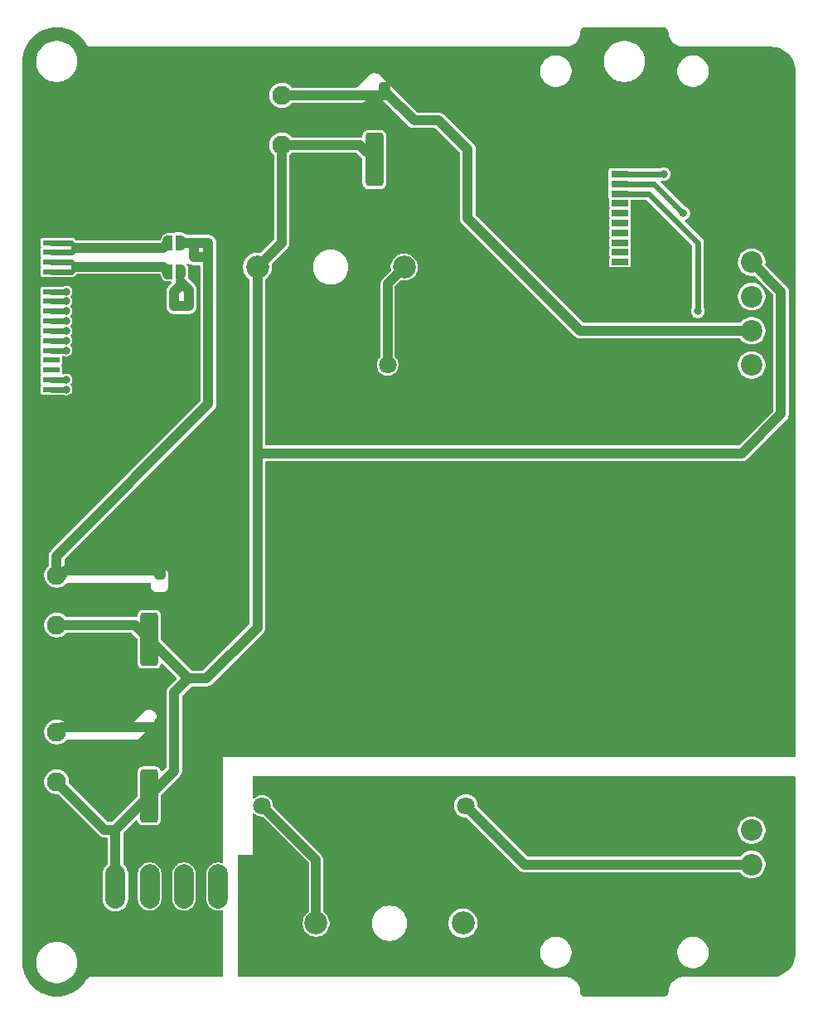
<source format=gbr>
%TF.GenerationSoftware,KiCad,Pcbnew,9.0.6*%
%TF.CreationDate,2025-11-01T18:41:32+03:00*%
%TF.ProjectId,PMPS-20W,504d5053-2d32-4305-972e-6b696361645f,rev?*%
%TF.SameCoordinates,Original*%
%TF.FileFunction,Copper,L1,Top*%
%TF.FilePolarity,Positive*%
%FSLAX46Y46*%
G04 Gerber Fmt 4.6, Leading zero omitted, Abs format (unit mm)*
G04 Created by KiCad (PCBNEW 9.0.6) date 2025-11-01 18:41:32*
%MOMM*%
%LPD*%
G01*
G04 APERTURE LIST*
G04 Aperture macros list*
%AMRoundRect*
0 Rectangle with rounded corners*
0 $1 Rounding radius*
0 $2 $3 $4 $5 $6 $7 $8 $9 X,Y pos of 4 corners*
0 Add a 4 corners polygon primitive as box body*
4,1,4,$2,$3,$4,$5,$6,$7,$8,$9,$2,$3,0*
0 Add four circle primitives for the rounded corners*
1,1,$1+$1,$2,$3*
1,1,$1+$1,$4,$5*
1,1,$1+$1,$6,$7*
1,1,$1+$1,$8,$9*
0 Add four rect primitives between the rounded corners*
20,1,$1+$1,$2,$3,$4,$5,0*
20,1,$1+$1,$4,$5,$6,$7,0*
20,1,$1+$1,$6,$7,$8,$9,0*
20,1,$1+$1,$8,$9,$2,$3,0*%
%AMFreePoly0*
4,1,23,0.500000,-0.750000,0.000000,-0.750000,0.000000,-0.745722,-0.065263,-0.745722,-0.191342,-0.711940,-0.304381,-0.646677,-0.396677,-0.554381,-0.461940,-0.441342,-0.495722,-0.315263,-0.495722,-0.250000,-0.500000,-0.250000,-0.500000,0.250000,-0.495722,0.250000,-0.495722,0.315263,-0.461940,0.441342,-0.396677,0.554381,-0.304381,0.646677,-0.191342,0.711940,-0.065263,0.745722,0.000000,0.745722,
0.000000,0.750000,0.500000,0.750000,0.500000,-0.750000,0.500000,-0.750000,$1*%
%AMFreePoly1*
4,1,23,0.000000,0.745722,0.065263,0.745722,0.191342,0.711940,0.304381,0.646677,0.396677,0.554381,0.461940,0.441342,0.495722,0.315263,0.495722,0.250000,0.500000,0.250000,0.500000,-0.250000,0.495722,-0.250000,0.495722,-0.315263,0.461940,-0.441342,0.396677,-0.554381,0.304381,-0.646677,0.191342,-0.711940,0.065263,-0.745722,0.000000,-0.745722,0.000000,-0.750000,-0.500000,-0.750000,
-0.500000,0.750000,0.000000,0.750000,0.000000,0.745722,0.000000,0.745722,$1*%
G04 Aperture macros list end*
%TA.AperFunction,SMDPad,CuDef*%
%ADD10RoundRect,0.250000X-0.325000X-0.650000X0.325000X-0.650000X0.325000X0.650000X-0.325000X0.650000X0*%
%TD*%
%TA.AperFunction,ComponentPad*%
%ADD11C,1.950000*%
%TD*%
%TA.AperFunction,SMDPad,CuDef*%
%ADD12FreePoly0,0.000000*%
%TD*%
%TA.AperFunction,SMDPad,CuDef*%
%ADD13FreePoly1,0.000000*%
%TD*%
%TA.AperFunction,SMDPad,CuDef*%
%ADD14RoundRect,0.250000X-0.650000X-2.450000X0.650000X-2.450000X0.650000X2.450000X-0.650000X2.450000X0*%
%TD*%
%TA.AperFunction,ComponentPad*%
%ADD15C,1.803400*%
%TD*%
%TA.AperFunction,ComponentPad*%
%ADD16C,2.200000*%
%TD*%
%TA.AperFunction,SMDPad,CuDef*%
%ADD17RoundRect,0.250000X1.450000X-0.537500X1.450000X0.537500X-1.450000X0.537500X-1.450000X-0.537500X0*%
%TD*%
%TA.AperFunction,ComponentPad*%
%ADD18C,2.350000*%
%TD*%
%TA.AperFunction,ComponentPad*%
%ADD19C,2.000000*%
%TD*%
%TA.AperFunction,SMDPad,CuDef*%
%ADD20R,1.803400X0.635000*%
%TD*%
%TA.AperFunction,SMDPad,CuDef*%
%ADD21R,2.997200X2.590800*%
%TD*%
%TA.AperFunction,SMDPad,CuDef*%
%ADD22R,1.800000X0.600000*%
%TD*%
%TA.AperFunction,SMDPad,CuDef*%
%ADD23R,3.000000X2.600000*%
%TD*%
%TA.AperFunction,ComponentPad*%
%ADD24O,6.350000X6.350000*%
%TD*%
%TA.AperFunction,ViaPad*%
%ADD25C,1.000000*%
%TD*%
%TA.AperFunction,ViaPad*%
%ADD26C,0.800000*%
%TD*%
%TA.AperFunction,Conductor*%
%ADD27C,1.000000*%
%TD*%
%TA.AperFunction,Conductor*%
%ADD28C,0.600000*%
%TD*%
%TA.AperFunction,Conductor*%
%ADD29C,2.000000*%
%TD*%
G04 APERTURE END LIST*
D10*
%TO.P,C7,1*%
%TO.N,+5V(2)*%
X-2475000Y43000000D03*
%TO.P,C7,2*%
%TO.N,GND_MCU*%
X475000Y43000000D03*
%TD*%
D11*
%TO.P,J3,1,VIN*%
%TO.N,+24V*%
X-36000000Y-27540000D03*
%TO.P,J3,2,GND*%
%TO.N,GND_MCU*%
X-36000000Y-25000000D03*
%TO.P,J3,3,+VO*%
%TO.N,+3V3*%
X-36000000Y-22460000D03*
%TD*%
D12*
%TO.P,JP3,1,A*%
%TO.N,+3V3-IB-front*%
X-24650000Y24500000D03*
D13*
%TO.P,JP3,2,B*%
%TO.N,+3V3*%
X-23350000Y24500000D03*
%TD*%
D14*
%TO.P,C5,1*%
%TO.N,+24V*%
X-3550000Y36000000D03*
%TO.P,C5,2*%
%TO.N,GND_MCU*%
X1550000Y36000000D03*
%TD*%
D12*
%TO.P,JP1,1,A*%
%TO.N,+5V-IB-front*%
X-24650000Y27500000D03*
D13*
%TO.P,JP1,2,B*%
%TO.N,+5V*%
X-23350000Y27500000D03*
%TD*%
D15*
%TO.P,U1,1,V-*%
%TO.N,GND_MCU*%
X5799999Y15000012D03*
%TO.P,U1,2,V+*%
%TO.N,Net-(U1-V+)*%
X-2200000Y15000012D03*
%TO.P,U1,3,AC/L*%
%TO.N,Net-(U1-AC{slash}L)*%
X-15000000Y-30000000D03*
%TO.P,U1,4,AC/N*%
%TO.N,N*%
X5799999Y-30000000D03*
%TD*%
D16*
%TO.P,J10,1,Pin_1*%
%TO.N,PE*%
X35000000Y-39500000D03*
%TO.P,J10,2,Pin_2*%
%TO.N,N*%
X35000000Y-36000000D03*
%TO.P,J10,3,Pin_3*%
%TO.N,230V*%
X35000000Y-32500000D03*
%TD*%
D14*
%TO.P,C3,1*%
%TO.N,+24V*%
X-26550000Y-29000000D03*
%TO.P,C3,2*%
%TO.N,GND_MCU*%
X-21450000Y-29000000D03*
%TD*%
D10*
%TO.P,C4,1*%
%TO.N,+5V*%
X-25475000Y-6000000D03*
%TO.P,C4,2*%
%TO.N,GND_MCU*%
X-22525000Y-6000000D03*
%TD*%
D17*
%TO.P,C1,1*%
%TO.N,PE*%
X19000000Y-28137500D03*
%TO.P,C1,2*%
%TO.N,GND_MCU*%
X19000000Y-23862500D03*
%TD*%
D18*
%TO.P,U4,1,1*%
%TO.N,230V*%
X5500000Y-42000000D03*
%TO.P,U4,2,2*%
%TO.N,Net-(U1-AC{slash}L)*%
X-9500000Y-42000000D03*
%TD*%
D19*
%TO.P,J8,1,Pin_1*%
%TO.N,+24V_EB*%
X-30000000Y-37000000D03*
%TO.P,J8,2,Pin_3*%
%TO.N,GND_EB*%
X-26500000Y-37000000D03*
%TO.P,J8,3,3*%
%TO.N,/CANL_EB*%
X-23000000Y-37000000D03*
%TO.P,J8,4,4*%
%TO.N,/CANH_EB*%
X-19500000Y-37000000D03*
%TO.P,J8,5,Pin_9*%
%TO.N,PE*%
X-16000000Y-37000000D03*
%TO.P,J8,6,Pin_2*%
%TO.N,+24V_EB*%
X-30000000Y-39500000D03*
%TO.P,J8,7,Pin_4*%
%TO.N,GND_EB*%
X-26500000Y-39500000D03*
%TO.P,J8,8,Pin_6*%
%TO.N,/CANL_EB*%
X-23000000Y-39500000D03*
%TO.P,J8,9,Pin_8*%
%TO.N,/CANH_EB*%
X-19500000Y-39500000D03*
%TO.P,J8,10,Pin_10*%
%TO.N,PE*%
X-16000000Y-39500000D03*
%TD*%
D11*
%TO.P,J2,1,VIN*%
%TO.N,+24V*%
X-13000000Y37460000D03*
%TO.P,J2,2,GND*%
%TO.N,GND_MCU*%
X-13000000Y40000000D03*
%TO.P,J2,3,+VO*%
%TO.N,+5V(2)*%
X-13000000Y42540000D03*
%TD*%
D20*
%TO.P,J11,1,Pin_1*%
%TO.N,GND_MCU*%
X21556000Y35499992D03*
%TO.P,J11,2,Pin_2*%
%TO.N,+24V*%
X21556000Y34499994D03*
%TO.P,J11,3,Pin_3*%
%TO.N,+5V*%
X21556000Y33499996D03*
%TO.P,J11,4,Pin_4*%
%TO.N,+3V3*%
X21556000Y32499998D03*
%TO.P,J11,5,Pin_5*%
%TO.N,unconnected-(J11-Pin_5-Pad5)*%
X21556000Y31500000D03*
%TO.P,J11,6,Pin_6*%
%TO.N,unconnected-(J11-Pin_6-Pad6)*%
X21556000Y30500000D03*
%TO.P,J11,7,Pin_7*%
%TO.N,unconnected-(J11-Pin_7-Pad7)*%
X21556000Y29500000D03*
%TO.P,J11,8,Pin_8*%
%TO.N,unconnected-(J11-Pin_8-Pad8)*%
X21556000Y28500000D03*
%TO.P,J11,9,Pin_9*%
%TO.N,unconnected-(J11-Pin_9-Pad9)*%
X21556000Y27500002D03*
%TO.P,J11,10,Pin_10*%
%TO.N,unconnected-(J11-Pin_10-Pad10)*%
X21556000Y26500004D03*
%TO.P,J11,11,Pin_11*%
%TO.N,unconnected-(J11-Pin_11-Pad11)*%
X21556000Y25500006D03*
%TO.P,J11,12,Pin_11*%
%TO.N,GND_MCU*%
X21556000Y24500008D03*
D21*
%TO.P,J11,13,Pin_11*%
X19385999Y37850003D03*
X19385999Y22149997D03*
%TD*%
D22*
%TO.P,JM1,1,Pin_1*%
%TO.N,GND_MCU*%
X-36546000Y10500000D03*
%TO.P,JM1,2,Pin_2*%
X-36546000Y11500000D03*
%TO.P,JM1,3,Pin_3*%
%TO.N,/SCL_IB*%
X-36546000Y12500000D03*
%TO.P,JM1,4,Pin_4*%
%TO.N,/SDA_IB*%
X-36546000Y13500000D03*
%TO.P,JM1,5,Pin_5*%
%TO.N,Net-(JM1-Pin_5)*%
X-36546000Y14500000D03*
%TO.P,JM1,6,Pin_6*%
%TO.N,/RST_IB*%
X-36546000Y15500000D03*
%TO.P,JM1,7,Pin_7*%
%TO.N,/CS3_IB*%
X-36546000Y16500000D03*
%TO.P,JM1,8,Pin_8*%
%TO.N,/CS2_IB*%
X-36546000Y17500000D03*
%TO.P,JM1,9,Pin_9*%
%TO.N,/CS1_IB*%
X-36546000Y18500000D03*
%TO.P,JM1,10,Pin_10*%
%TO.N,/CS0_IB*%
X-36546000Y19500000D03*
%TO.P,JM1,11,Pin_11*%
%TO.N,/SCK_IB*%
X-36546000Y20500000D03*
%TO.P,JM1,12,Pin_11*%
%TO.N,/MISO_IB*%
X-36546000Y21500000D03*
%TO.P,JM1,13,Pin_11*%
%TO.N,/MOSI_IB*%
X-36546000Y22500000D03*
%TO.P,JM1,14,Pin_11*%
%TO.N,GND_MCU*%
X-36546000Y23500000D03*
%TO.P,JM1,15,Pin_11*%
%TO.N,+3V3-IB-front*%
X-36546000Y24500000D03*
%TO.P,JM1,16,Pin_11*%
X-36546000Y25500000D03*
%TO.P,JM1,17,Pin_11*%
%TO.N,+5V-IB-front*%
X-36546000Y26500000D03*
%TO.P,JM1,18,Pin_11*%
X-36546000Y27500000D03*
%TO.P,JM1,19,Pin_11*%
%TO.N,GND_MCU*%
X-36546000Y28500000D03*
%TO.P,JM1,20,Pin_11*%
X-36546000Y29500000D03*
D23*
%TO.P,JM1,MP1,Pin_11*%
X-34375000Y8150000D03*
%TO.P,JM1,MP2,Pin_11*%
X-34375000Y31850000D03*
%TD*%
D10*
%TO.P,C6,1*%
%TO.N,+3V3*%
X-25475000Y-22000000D03*
%TO.P,C6,2*%
%TO.N,GND_MCU*%
X-22525000Y-22000000D03*
%TD*%
D18*
%TO.P,U2,1,1*%
%TO.N,Net-(U1-V+)*%
X-500000Y25000000D03*
%TO.P,U2,2,2*%
%TO.N,+24V*%
X-15500000Y25000000D03*
%TD*%
D24*
%TO.P,PE1,1*%
%TO.N,PE*%
X22000000Y-46000000D03*
%TD*%
D14*
%TO.P,C2,1*%
%TO.N,+24V*%
X-26550000Y-13000000D03*
%TO.P,C2,2*%
%TO.N,GND_MCU*%
X-21450000Y-13000000D03*
%TD*%
D11*
%TO.P,J4,1,VIN*%
%TO.N,+24V*%
X-36000000Y-11540000D03*
%TO.P,J4,2,GND*%
%TO.N,GND_MCU*%
X-36000000Y-9000000D03*
%TO.P,J4,3,+VO*%
%TO.N,+5V*%
X-36000000Y-6460000D03*
%TD*%
D16*
%TO.P,J6,1,Pin_1*%
%TO.N,GND_MCU*%
X35000000Y11500000D03*
%TO.P,J6,2,Pin_2*%
%TO.N,+3V3*%
X35000000Y15000000D03*
%TO.P,J6,3,Pin_3*%
%TO.N,+5V(2)*%
X35000000Y18500000D03*
%TO.P,J6,4,Pin_4*%
%TO.N,+5V*%
X35000000Y22000000D03*
%TO.P,J6,5,Pin_5*%
%TO.N,+24V*%
X35000000Y25500000D03*
%TD*%
D25*
%TO.N,+5V*%
X-22000000Y26000000D03*
X-22000000Y27500000D03*
D26*
X28000000Y30500000D03*
D25*
X-20500000Y26000000D03*
X-20500000Y27500000D03*
D26*
%TO.N,+24V*%
X26000000Y34499996D03*
D25*
%TO.N,+3V3*%
X-24000000Y22500000D03*
X-22500000Y22500000D03*
X-22500000Y21000000D03*
X-24000000Y21000000D03*
D26*
X29500000Y20500000D03*
%TO.N,/CS0_IB*%
X-35000000Y19500000D03*
%TO.N,/MOSI_IB*%
X-35000000Y22500000D03*
%TO.N,/SCK_IB*%
X-35000000Y20500000D03*
%TO.N,/CS1_IB*%
X-35000000Y18500000D03*
%TO.N,/MISO_IB*%
X-35000000Y21500000D03*
%TO.N,/CS3_IB*%
X-35000000Y16500000D03*
%TO.N,/CS2_IB*%
X-35000000Y17500000D03*
%TO.N,/SCL_IB*%
X-35000000Y12500000D03*
%TO.N,/SDA_IB*%
X-35000000Y13500000D03*
%TD*%
D27*
%TO.N,Net-(U1-V+)*%
X-2200000Y23300000D02*
X-500000Y25000000D01*
X-2200000Y15000012D02*
X-2200000Y23300000D01*
%TO.N,+5V*%
X-20500000Y26000000D02*
X-20500000Y27500000D01*
D28*
X28000000Y30500000D02*
X27999996Y30500000D01*
D27*
X-36000000Y-6460000D02*
X-36000000Y-4500000D01*
D28*
X27999996Y30500000D02*
X25000000Y33499996D01*
D27*
X-36000000Y-4500000D02*
X-20500000Y11000000D01*
X-20500000Y11000000D02*
X-20500000Y26000000D01*
X-35540000Y-6460000D02*
X-35080000Y-6000000D01*
X-36000000Y-6460000D02*
X-35540000Y-6460000D01*
X-35080000Y-6000000D02*
X-25475000Y-6000000D01*
X-20500000Y26000000D02*
X-22000000Y26000000D01*
X-22000000Y27500000D02*
X-20500000Y27500000D01*
D28*
X21556000Y33499996D02*
X25000000Y33499996D01*
D27*
X-22000000Y27500000D02*
X-23344000Y27500000D01*
X-22000000Y27500000D02*
X-22000000Y26000000D01*
%TO.N,N*%
X5799999Y-30000000D02*
X11799999Y-36000000D01*
X11799999Y-36000000D02*
X35000000Y-36000000D01*
%TO.N,+24V*%
X-24000000Y-26450000D02*
X-26550000Y-29000000D01*
X-26550000Y-13000000D02*
X-28010000Y-11540000D01*
X-22550000Y-17000000D02*
X-26550000Y-13000000D01*
X-13000000Y37460000D02*
X-13000000Y27500000D01*
X-20715312Y-17000000D02*
X-22550000Y-17000000D01*
X-28010000Y-11540000D02*
X-36000000Y-11540000D01*
X-30000000Y-32450000D02*
X-26550000Y-29000000D01*
X-5010000Y37460000D02*
X-3550000Y36000000D01*
X-15500000Y-11784688D02*
X-20715312Y-17000000D01*
D29*
X-30000000Y-37000000D02*
X-30000000Y-39500000D01*
D28*
X25999998Y34499994D02*
X21556000Y34499994D01*
D27*
X-15500000Y25000000D02*
X-15500000Y-11784688D01*
X38000000Y10000000D02*
X38000000Y22500000D01*
X-13000000Y37460000D02*
X-5010000Y37460000D01*
X-31090000Y-32450000D02*
X-36000000Y-27540000D01*
X-30000000Y-37000000D02*
X-30000000Y-32450000D01*
X-30000000Y-32450000D02*
X-31090000Y-32450000D01*
X-24000000Y-18450000D02*
X-24000000Y-26450000D01*
X34000000Y6000000D02*
X38000000Y10000000D01*
D28*
X26000000Y34499996D02*
X25999998Y34499994D01*
D27*
X-13000000Y27500000D02*
X-15500000Y25000000D01*
X35000000Y25500000D02*
X38000000Y22500000D01*
X-22550000Y-17000000D02*
X-24000000Y-18450000D01*
X-15500000Y6000000D02*
X34000000Y6000000D01*
%TO.N,+3V3*%
X-35540000Y-22000000D02*
X-25475000Y-22000000D01*
X-24000000Y21000000D02*
X-22500000Y21000000D01*
X-23344000Y23156000D02*
X-24000000Y22500000D01*
D28*
X29500000Y27499996D02*
X24499998Y32499998D01*
D27*
X-22500000Y22500000D02*
X-22500000Y21000000D01*
X-24000000Y21000000D02*
X-24000000Y22500000D01*
X-22500000Y22656000D02*
X-23344000Y23500000D01*
D28*
X24499998Y32499998D02*
X21556000Y32499998D01*
D27*
X-22500000Y22500000D02*
X-22500000Y22656000D01*
X-23344000Y23500000D02*
X-23344000Y23156000D01*
X-36000000Y-22460000D02*
X-35540000Y-22000000D01*
D28*
X29500000Y20500000D02*
X29500000Y27499996D01*
D29*
%TO.N,GND_EB*%
X-26500000Y-37000000D02*
X-26500000Y-39500000D01*
%TO.N,/CANH_EB*%
X-19500000Y-37000000D02*
X-19500000Y-39500000D01*
%TO.N,/CANL_EB*%
X-23000000Y-37000000D02*
X-23000000Y-39500000D01*
D28*
%TO.N,/CS0_IB*%
X-36546000Y19500000D02*
X-35000000Y19500000D01*
%TO.N,+3V3-IB-front*%
X-36546000Y24500000D02*
X-34500000Y24500000D01*
X-36546000Y25500000D02*
X-34500000Y25500000D01*
D27*
X-34000000Y25000000D02*
X-25150000Y25000000D01*
D28*
X-34500000Y25500000D02*
X-34000000Y25000000D01*
X-34500000Y24500000D02*
X-34000000Y25000000D01*
D27*
X-25150000Y25000000D02*
X-24656000Y24506000D01*
X-24656000Y24506000D02*
X-24656000Y24500000D01*
%TO.N,+5V-IB-front*%
X-24656000Y27494000D02*
X-24656000Y27500000D01*
X-34000000Y27000000D02*
X-25150000Y27000000D01*
D28*
X-36546000Y27500000D02*
X-34500000Y27500000D01*
X-34500000Y26500000D02*
X-34000000Y27000000D01*
X-34500000Y27500000D02*
X-34000000Y27000000D01*
D27*
X-25150000Y27000000D02*
X-24656000Y27494000D01*
D28*
X-36546000Y26500000D02*
X-34500000Y26500000D01*
%TO.N,/MOSI_IB*%
X-36546000Y22500000D02*
X-35000000Y22500000D01*
%TO.N,/SCK_IB*%
X-36546000Y20500000D02*
X-35000000Y20500000D01*
%TO.N,/CS1_IB*%
X-36546000Y18500000D02*
X-35000000Y18500000D01*
%TO.N,/MISO_IB*%
X-36546000Y21500000D02*
X-35000000Y21500000D01*
%TO.N,/CS3_IB*%
X-36546000Y16500000D02*
X-35000000Y16500000D01*
%TO.N,/CS2_IB*%
X-36546000Y17500000D02*
X-35000000Y17500000D01*
D27*
%TO.N,Net-(U1-AC{slash}L)*%
X-9500000Y-42000000D02*
X-9500000Y-35500000D01*
X-9500000Y-35500000D02*
X-15000000Y-30000000D01*
%TO.N,+5V(2)*%
X3000000Y40000000D02*
X6000000Y37000000D01*
X-13000000Y42540000D02*
X-2935000Y42540000D01*
X525000Y40000000D02*
X3000000Y40000000D01*
X6000000Y37000000D02*
X6000000Y30000000D01*
X-2475000Y43000000D02*
X525000Y40000000D01*
X6000000Y30000000D02*
X17500000Y18500000D01*
X17500000Y18500000D02*
X35000000Y18500000D01*
X-2935000Y42540000D02*
X-2475000Y43000000D01*
D28*
%TO.N,/SCL_IB*%
X-36546000Y12500000D02*
X-35000000Y12500000D01*
%TO.N,/SDA_IB*%
X-36546000Y13500000D02*
X-35000000Y13500000D01*
%TD*%
%TA.AperFunction,Conductor*%
%TO.N,PE*%
G36*
X39442539Y-27019685D02*
G01*
X39488294Y-27072489D01*
X39499500Y-27124000D01*
X39499500Y-44996249D01*
X39499274Y-45003736D01*
X39481728Y-45293794D01*
X39479923Y-45308659D01*
X39428219Y-45590798D01*
X39424635Y-45605336D01*
X39339306Y-45879167D01*
X39333997Y-45893168D01*
X39216275Y-46154736D01*
X39209316Y-46167995D01*
X39060928Y-46413459D01*
X39052422Y-46425782D01*
X38875526Y-46651573D01*
X38865596Y-46662781D01*
X38662781Y-46865596D01*
X38651573Y-46875526D01*
X38425782Y-47052422D01*
X38413459Y-47060928D01*
X38167995Y-47209316D01*
X38154736Y-47216275D01*
X37893168Y-47333997D01*
X37879167Y-47339306D01*
X37605336Y-47424635D01*
X37590798Y-47428219D01*
X37308659Y-47479923D01*
X37293794Y-47481728D01*
X37003736Y-47499274D01*
X36996249Y-47499500D01*
X27892682Y-47499500D01*
X27680235Y-47530044D01*
X27680225Y-47530047D01*
X27474284Y-47590517D01*
X27279061Y-47679672D01*
X27279048Y-47679679D01*
X27098485Y-47795720D01*
X26936275Y-47936275D01*
X26795720Y-48098485D01*
X26679679Y-48279048D01*
X26679672Y-48279061D01*
X26590517Y-48474284D01*
X26530047Y-48680225D01*
X26530044Y-48680235D01*
X26499500Y-48892682D01*
X26499500Y-48993038D01*
X26498720Y-49006922D01*
X26498720Y-49006923D01*
X26488540Y-49097264D01*
X26482362Y-49124333D01*
X26454648Y-49203537D01*
X26442600Y-49228555D01*
X26397957Y-49299604D01*
X26380644Y-49321313D01*
X26321313Y-49380644D01*
X26299604Y-49397957D01*
X26228555Y-49442600D01*
X26203537Y-49454648D01*
X26124333Y-49482362D01*
X26097264Y-49488540D01*
X26017075Y-49497576D01*
X26006921Y-49498720D01*
X25993038Y-49499500D01*
X18006962Y-49499500D01*
X17993078Y-49498720D01*
X17980553Y-49497308D01*
X17902735Y-49488540D01*
X17875666Y-49482362D01*
X17796462Y-49454648D01*
X17771444Y-49442600D01*
X17700395Y-49397957D01*
X17678686Y-49380644D01*
X17619355Y-49321313D01*
X17602042Y-49299604D01*
X17557399Y-49228555D01*
X17545351Y-49203537D01*
X17517637Y-49124333D01*
X17511459Y-49097263D01*
X17501280Y-49006922D01*
X17500500Y-48993038D01*
X17500500Y-48892683D01*
X17500500Y-48892682D01*
X17469954Y-48680231D01*
X17409484Y-48474290D01*
X17409483Y-48474288D01*
X17409482Y-48474284D01*
X17320327Y-48279061D01*
X17320320Y-48279048D01*
X17249102Y-48168231D01*
X17204281Y-48098487D01*
X17124227Y-48006100D01*
X17063724Y-47936275D01*
X16901514Y-47795720D01*
X16901513Y-47795719D01*
X16836991Y-47754253D01*
X16720951Y-47679679D01*
X16720938Y-47679672D01*
X16525715Y-47590517D01*
X16319774Y-47530047D01*
X16319764Y-47530044D01*
X16128754Y-47502582D01*
X16107318Y-47499500D01*
X16065892Y-47499500D01*
X-17376000Y-47499500D01*
X-17443039Y-47479815D01*
X-17488794Y-47427011D01*
X-17500000Y-47375500D01*
X-17500000Y-44874038D01*
X13399500Y-44874038D01*
X13399500Y-45125961D01*
X13438910Y-45374785D01*
X13516760Y-45614383D01*
X13631132Y-45838848D01*
X13779201Y-46042649D01*
X13779205Y-46042654D01*
X13957345Y-46220794D01*
X13957350Y-46220798D01*
X14135117Y-46349952D01*
X14161155Y-46368870D01*
X14304184Y-46441747D01*
X14385616Y-46483239D01*
X14385618Y-46483239D01*
X14385621Y-46483241D01*
X14625215Y-46561090D01*
X14874038Y-46600500D01*
X14874039Y-46600500D01*
X15125961Y-46600500D01*
X15125962Y-46600500D01*
X15374785Y-46561090D01*
X15614379Y-46483241D01*
X15838845Y-46368870D01*
X16042656Y-46220793D01*
X16220793Y-46042656D01*
X16368870Y-45838845D01*
X16483241Y-45614379D01*
X16561090Y-45374785D01*
X16600500Y-45125962D01*
X16600500Y-44874038D01*
X27399500Y-44874038D01*
X27399500Y-45125961D01*
X27438910Y-45374785D01*
X27516760Y-45614383D01*
X27631132Y-45838848D01*
X27779201Y-46042649D01*
X27779205Y-46042654D01*
X27957345Y-46220794D01*
X27957350Y-46220798D01*
X28135117Y-46349952D01*
X28161155Y-46368870D01*
X28304184Y-46441747D01*
X28385616Y-46483239D01*
X28385618Y-46483239D01*
X28385621Y-46483241D01*
X28625215Y-46561090D01*
X28874038Y-46600500D01*
X28874039Y-46600500D01*
X29125961Y-46600500D01*
X29125962Y-46600500D01*
X29374785Y-46561090D01*
X29614379Y-46483241D01*
X29838845Y-46368870D01*
X30042656Y-46220793D01*
X30220793Y-46042656D01*
X30368870Y-45838845D01*
X30483241Y-45614379D01*
X30561090Y-45374785D01*
X30600500Y-45125962D01*
X30600500Y-44874038D01*
X30561090Y-44625215D01*
X30483241Y-44385621D01*
X30483239Y-44385618D01*
X30483239Y-44385616D01*
X30441747Y-44304184D01*
X30368870Y-44161155D01*
X30349952Y-44135117D01*
X30220798Y-43957350D01*
X30220794Y-43957345D01*
X30042654Y-43779205D01*
X30042649Y-43779201D01*
X29838848Y-43631132D01*
X29838847Y-43631131D01*
X29838845Y-43631130D01*
X29768747Y-43595413D01*
X29614383Y-43516760D01*
X29374785Y-43438910D01*
X29125962Y-43399500D01*
X28874038Y-43399500D01*
X28749626Y-43419205D01*
X28625214Y-43438910D01*
X28385616Y-43516760D01*
X28161151Y-43631132D01*
X27957350Y-43779201D01*
X27957345Y-43779205D01*
X27779205Y-43957345D01*
X27779201Y-43957350D01*
X27631132Y-44161151D01*
X27516760Y-44385616D01*
X27438910Y-44625214D01*
X27399500Y-44874038D01*
X16600500Y-44874038D01*
X16561090Y-44625215D01*
X16483241Y-44385621D01*
X16483239Y-44385618D01*
X16483239Y-44385616D01*
X16441747Y-44304184D01*
X16368870Y-44161155D01*
X16349952Y-44135117D01*
X16220798Y-43957350D01*
X16220794Y-43957345D01*
X16042654Y-43779205D01*
X16042649Y-43779201D01*
X15838848Y-43631132D01*
X15838847Y-43631131D01*
X15838845Y-43631130D01*
X15768747Y-43595413D01*
X15614383Y-43516760D01*
X15374785Y-43438910D01*
X15125962Y-43399500D01*
X14874038Y-43399500D01*
X14749626Y-43419205D01*
X14625214Y-43438910D01*
X14385616Y-43516760D01*
X14161151Y-43631132D01*
X13957350Y-43779201D01*
X13957345Y-43779205D01*
X13779205Y-43957345D01*
X13779201Y-43957350D01*
X13631132Y-44161151D01*
X13516760Y-44385616D01*
X13438910Y-44625214D01*
X13399500Y-44874038D01*
X-17500000Y-44874038D01*
X-17500000Y-35124000D01*
X-17480315Y-35056961D01*
X-17427511Y-35011206D01*
X-17376000Y-35000000D01*
X-16000000Y-35000000D01*
X-16000000Y-30858108D01*
X-15980315Y-30791069D01*
X-15927511Y-30745314D01*
X-15858353Y-30735370D01*
X-15794797Y-30764395D01*
X-15788319Y-30770427D01*
X-15718035Y-30840711D01*
X-15577679Y-30942686D01*
X-15501862Y-30981316D01*
X-15423099Y-31021449D01*
X-15423096Y-31021450D01*
X-15340599Y-31048254D01*
X-15258099Y-31075060D01*
X-15086745Y-31102200D01*
X-15086744Y-31102200D01*
X-14939819Y-31102200D01*
X-14872780Y-31121885D01*
X-14852138Y-31138519D01*
X-10236819Y-35753838D01*
X-10203334Y-35815161D01*
X-10200500Y-35841519D01*
X-10200500Y-40745550D01*
X-10220185Y-40812589D01*
X-10251614Y-40845868D01*
X-10396080Y-40950829D01*
X-10549170Y-41103919D01*
X-10549170Y-41103920D01*
X-10549172Y-41103922D01*
X-10603826Y-41179145D01*
X-10676433Y-41279080D01*
X-10774727Y-41471990D01*
X-10774728Y-41471993D01*
X-10841630Y-41677901D01*
X-10875500Y-41891743D01*
X-10875500Y-41891746D01*
X-10875500Y-42108254D01*
X-10873953Y-42118020D01*
X-10841630Y-42322098D01*
X-10774728Y-42528006D01*
X-10774727Y-42528009D01*
X-10748239Y-42579993D01*
X-10676433Y-42720919D01*
X-10549172Y-42896078D01*
X-10396078Y-43049172D01*
X-10220919Y-43176433D01*
X-10194873Y-43189704D01*
X-10028010Y-43274726D01*
X-10028007Y-43274727D01*
X-9925053Y-43308178D01*
X-9822097Y-43341630D01*
X-9608254Y-43375500D01*
X-9608253Y-43375500D01*
X-9391747Y-43375500D01*
X-9391746Y-43375500D01*
X-9177903Y-43341630D01*
X-8971991Y-43274726D01*
X-8779081Y-43176433D01*
X-8603922Y-43049172D01*
X-8450828Y-42896078D01*
X-8323567Y-42720919D01*
X-8225274Y-42528009D01*
X-8158370Y-42322097D01*
X-8124500Y-42108254D01*
X-8124500Y-41891746D01*
X-8126044Y-41881995D01*
X-3800500Y-41881995D01*
X-3800500Y-42118004D01*
X-3800499Y-42118020D01*
X-3769694Y-42352010D01*
X-3708606Y-42579993D01*
X-3618286Y-42798045D01*
X-3618281Y-42798056D01*
X-3561686Y-42896080D01*
X-3500273Y-43002450D01*
X-3500271Y-43002453D01*
X-3500270Y-43002454D01*
X-3356594Y-43189697D01*
X-3356588Y-43189704D01*
X-3189705Y-43356587D01*
X-3189698Y-43356593D01*
X-3175614Y-43367400D01*
X-3002450Y-43500273D01*
X-2871082Y-43576118D01*
X-2798057Y-43618280D01*
X-2798052Y-43618282D01*
X-2798049Y-43618284D01*
X-2579993Y-43708606D01*
X-2352014Y-43769693D01*
X-2118011Y-43800500D01*
X-2118004Y-43800500D01*
X-1881996Y-43800500D01*
X-1881989Y-43800500D01*
X-1647986Y-43769693D01*
X-1420007Y-43708606D01*
X-1201951Y-43618284D01*
X-997550Y-43500273D01*
X-810301Y-43356592D01*
X-643408Y-43189699D01*
X-499727Y-43002450D01*
X-381716Y-42798049D01*
X-291394Y-42579993D01*
X-230307Y-42352014D01*
X-199500Y-42118011D01*
X-199500Y-41883870D01*
X4024500Y-41883870D01*
X4024500Y-42116129D01*
X4060831Y-42345514D01*
X4132601Y-42566400D01*
X4233832Y-42765074D01*
X4238039Y-42773331D01*
X4374551Y-42961224D01*
X4538776Y-43125449D01*
X4726669Y-43261961D01*
X4751722Y-43274726D01*
X4933599Y-43367398D01*
X4933601Y-43367398D01*
X4933604Y-43367400D01*
X5154486Y-43439169D01*
X5272668Y-43457886D01*
X5383871Y-43475500D01*
X5383876Y-43475500D01*
X5616129Y-43475500D01*
X5717502Y-43459443D01*
X5845514Y-43439169D01*
X6066396Y-43367400D01*
X6273331Y-43261961D01*
X6461224Y-43125449D01*
X6625449Y-42961224D01*
X6761961Y-42773331D01*
X6867400Y-42566396D01*
X6939169Y-42345514D01*
X6975200Y-42118020D01*
X6975500Y-42116129D01*
X6975500Y-41883870D01*
X6956232Y-41762222D01*
X6939169Y-41654486D01*
X6867400Y-41433604D01*
X6867398Y-41433601D01*
X6867398Y-41433599D01*
X6811776Y-41324436D01*
X6761961Y-41226669D01*
X6625449Y-41038776D01*
X6461224Y-40874551D01*
X6273331Y-40738039D01*
X6066400Y-40632601D01*
X5845514Y-40560831D01*
X5616129Y-40524500D01*
X5616124Y-40524500D01*
X5383876Y-40524500D01*
X5383871Y-40524500D01*
X5154485Y-40560831D01*
X4933599Y-40632601D01*
X4726668Y-40738039D01*
X4538773Y-40874553D01*
X4374553Y-41038773D01*
X4238039Y-41226668D01*
X4132601Y-41433599D01*
X4060831Y-41654485D01*
X4024500Y-41883870D01*
X-199500Y-41883870D01*
X-199500Y-41881989D01*
X-230307Y-41647986D01*
X-291394Y-41420007D01*
X-381716Y-41201951D01*
X-381718Y-41201948D01*
X-381720Y-41201943D01*
X-438315Y-41103919D01*
X-499727Y-40997550D01*
X-594107Y-40874551D01*
X-643407Y-40810302D01*
X-643413Y-40810295D01*
X-810296Y-40643412D01*
X-810303Y-40643406D01*
X-997546Y-40499730D01*
X-997547Y-40499729D01*
X-997550Y-40499727D01*
X-1079043Y-40452677D01*
X-1201944Y-40381719D01*
X-1201955Y-40381714D01*
X-1420007Y-40291394D01*
X-1647990Y-40230306D01*
X-1881980Y-40199501D01*
X-1881983Y-40199500D01*
X-1881989Y-40199500D01*
X-2118011Y-40199500D01*
X-2118017Y-40199500D01*
X-2118021Y-40199501D01*
X-2352011Y-40230306D01*
X-2579994Y-40291394D01*
X-2798046Y-40381714D01*
X-2798057Y-40381719D01*
X-3002455Y-40499730D01*
X-3189698Y-40643406D01*
X-3189705Y-40643412D01*
X-3356588Y-40810295D01*
X-3356594Y-40810302D01*
X-3500270Y-40997545D01*
X-3618281Y-41201943D01*
X-3618286Y-41201954D01*
X-3708606Y-41420006D01*
X-3769694Y-41647989D01*
X-3800499Y-41881979D01*
X-3800500Y-41881995D01*
X-8126044Y-41881995D01*
X-8158370Y-41677903D01*
X-8225274Y-41471991D01*
X-8225274Y-41471990D01*
X-8323568Y-41279080D01*
X-8361647Y-41226669D01*
X-8450828Y-41103922D01*
X-8603922Y-40950828D01*
X-8748386Y-40845868D01*
X-8791051Y-40790537D01*
X-8799500Y-40745550D01*
X-8799500Y-35431004D01*
X-8826419Y-35295677D01*
X-8826420Y-35295676D01*
X-8826420Y-35295672D01*
X-8838721Y-35265974D01*
X-8879224Y-35168191D01*
X-8879225Y-35168189D01*
X-8915855Y-35113368D01*
X-8935871Y-35083412D01*
X-8955885Y-35053458D01*
X-8955889Y-35053453D01*
X-13861481Y-30147861D01*
X-13876073Y-30121139D01*
X-13892641Y-30095577D01*
X-13893592Y-30089055D01*
X-13894966Y-30086538D01*
X-13897799Y-30060661D01*
X-13897800Y-30060403D01*
X-13897800Y-29913255D01*
X-13899046Y-29905385D01*
X4597799Y-29905385D01*
X4597799Y-30094615D01*
X4599672Y-30106441D01*
X4627402Y-30281517D01*
X4627402Y-30281520D01*
X4685875Y-30461481D01*
X4685877Y-30461484D01*
X4771786Y-30630090D01*
X4883013Y-30783180D01*
X5016819Y-30916986D01*
X5169909Y-31028213D01*
X5308462Y-31098809D01*
X5338517Y-31114123D01*
X5413601Y-31138519D01*
X5518483Y-31172597D01*
X5705384Y-31202200D01*
X5818759Y-31202200D01*
X5885798Y-31221885D01*
X5906440Y-31238519D01*
X11178210Y-36510289D01*
X11289710Y-36621789D01*
X11420820Y-36709394D01*
X11523832Y-36752062D01*
X11566501Y-36769737D01*
X11721151Y-36800499D01*
X11721154Y-36800500D01*
X11721156Y-36800500D01*
X11721157Y-36800500D01*
X33787302Y-36800500D01*
X33854341Y-36820185D01*
X33887620Y-36851615D01*
X33931752Y-36912359D01*
X34087636Y-37068243D01*
X34087641Y-37068247D01*
X34243192Y-37181260D01*
X34265978Y-37197815D01*
X34394375Y-37263237D01*
X34462393Y-37297895D01*
X34462396Y-37297896D01*
X34567221Y-37331955D01*
X34672049Y-37366015D01*
X34889778Y-37400500D01*
X34889779Y-37400500D01*
X35110221Y-37400500D01*
X35110222Y-37400500D01*
X35327951Y-37366015D01*
X35537606Y-37297895D01*
X35734022Y-37197815D01*
X35912365Y-37068242D01*
X36068242Y-36912365D01*
X36197815Y-36734022D01*
X36297895Y-36537606D01*
X36366015Y-36327951D01*
X36400500Y-36110222D01*
X36400500Y-35889778D01*
X36366015Y-35672049D01*
X36297895Y-35462394D01*
X36297895Y-35462393D01*
X36263237Y-35394375D01*
X36197815Y-35265978D01*
X36143378Y-35191051D01*
X36068247Y-35087641D01*
X36068243Y-35087636D01*
X35912363Y-34931756D01*
X35912358Y-34931752D01*
X35734025Y-34802187D01*
X35734024Y-34802186D01*
X35734022Y-34802185D01*
X35671096Y-34770122D01*
X35537606Y-34702104D01*
X35537603Y-34702103D01*
X35327952Y-34633985D01*
X35219086Y-34616742D01*
X35110222Y-34599500D01*
X34889778Y-34599500D01*
X34817201Y-34610995D01*
X34672047Y-34633985D01*
X34462396Y-34702103D01*
X34462393Y-34702104D01*
X34265974Y-34802187D01*
X34087641Y-34931752D01*
X34087636Y-34931756D01*
X33931752Y-35087640D01*
X33887620Y-35148385D01*
X33832291Y-35191051D01*
X33787302Y-35199500D01*
X12182939Y-35199500D01*
X12115900Y-35179815D01*
X12095258Y-35163181D01*
X9321855Y-32389778D01*
X33599500Y-32389778D01*
X33599500Y-32610221D01*
X33633985Y-32827952D01*
X33702103Y-33037603D01*
X33702104Y-33037606D01*
X33802187Y-33234025D01*
X33931752Y-33412358D01*
X33931756Y-33412363D01*
X34087636Y-33568243D01*
X34087641Y-33568247D01*
X34243192Y-33681260D01*
X34265978Y-33697815D01*
X34394375Y-33763237D01*
X34462393Y-33797895D01*
X34462396Y-33797896D01*
X34567221Y-33831955D01*
X34672049Y-33866015D01*
X34889778Y-33900500D01*
X34889779Y-33900500D01*
X35110221Y-33900500D01*
X35110222Y-33900500D01*
X35327951Y-33866015D01*
X35537606Y-33797895D01*
X35734022Y-33697815D01*
X35912365Y-33568242D01*
X36068242Y-33412365D01*
X36197815Y-33234022D01*
X36297895Y-33037606D01*
X36366015Y-32827951D01*
X36400500Y-32610222D01*
X36400500Y-32389778D01*
X36366015Y-32172049D01*
X36297895Y-31962394D01*
X36297895Y-31962393D01*
X36263237Y-31894375D01*
X36197815Y-31765978D01*
X36181260Y-31743192D01*
X36068247Y-31587641D01*
X36068243Y-31587636D01*
X35912363Y-31431756D01*
X35912358Y-31431752D01*
X35734025Y-31302187D01*
X35734024Y-31302186D01*
X35734022Y-31302185D01*
X35671096Y-31270122D01*
X35537606Y-31202104D01*
X35537603Y-31202103D01*
X35327952Y-31133985D01*
X35202541Y-31114122D01*
X35110222Y-31099500D01*
X34889778Y-31099500D01*
X34817201Y-31110995D01*
X34672047Y-31133985D01*
X34462396Y-31202103D01*
X34462393Y-31202104D01*
X34265974Y-31302187D01*
X34087641Y-31431752D01*
X34087636Y-31431756D01*
X33931756Y-31587636D01*
X33931752Y-31587641D01*
X33802187Y-31765974D01*
X33702104Y-31962393D01*
X33702103Y-31962396D01*
X33633985Y-32172047D01*
X33599500Y-32389778D01*
X9321855Y-32389778D01*
X7038518Y-30106441D01*
X7005033Y-30045118D01*
X7002199Y-30018760D01*
X7002199Y-29905385D01*
X6972596Y-29718484D01*
X6972595Y-29718480D01*
X6972595Y-29718479D01*
X6914122Y-29538518D01*
X6914121Y-29538516D01*
X6828212Y-29369910D01*
X6716985Y-29216820D01*
X6583179Y-29083014D01*
X6430089Y-28971787D01*
X6338147Y-28924940D01*
X6261480Y-28885876D01*
X6081517Y-28827403D01*
X5956914Y-28807667D01*
X5894614Y-28797800D01*
X5705384Y-28797800D01*
X5643083Y-28807667D01*
X5518481Y-28827403D01*
X5518478Y-28827403D01*
X5338517Y-28885876D01*
X5169908Y-28971787D01*
X5082564Y-29035246D01*
X5016819Y-29083014D01*
X5016817Y-29083016D01*
X5016816Y-29083016D01*
X4883015Y-29216817D01*
X4883015Y-29216818D01*
X4883013Y-29216820D01*
X4853040Y-29258074D01*
X4771786Y-29369909D01*
X4685875Y-29538518D01*
X4627402Y-29718479D01*
X4627402Y-29718482D01*
X4627402Y-29718484D01*
X4597799Y-29905385D01*
X-13899046Y-29905385D01*
X-13924940Y-29741901D01*
X-13978551Y-29576902D01*
X-13978551Y-29576901D01*
X-14057315Y-29422320D01*
X-14159289Y-29281965D01*
X-14281965Y-29159289D01*
X-14422321Y-29057314D01*
X-14576902Y-28978550D01*
X-14576905Y-28978549D01*
X-14741900Y-28924940D01*
X-14827578Y-28911370D01*
X-14913255Y-28897800D01*
X-15086745Y-28897800D01*
X-15143863Y-28906846D01*
X-15258101Y-28924940D01*
X-15423096Y-28978549D01*
X-15423099Y-28978550D01*
X-15577680Y-29057314D01*
X-15613052Y-29083014D01*
X-15718035Y-29159289D01*
X-15718037Y-29159291D01*
X-15718038Y-29159291D01*
X-15788319Y-29229573D01*
X-15849642Y-29263058D01*
X-15919334Y-29258074D01*
X-15975267Y-29216202D01*
X-15999684Y-29150738D01*
X-16000000Y-29141892D01*
X-16000000Y-27124000D01*
X-15980315Y-27056961D01*
X-15927511Y-27011206D01*
X-15876000Y-27000000D01*
X39375500Y-27000000D01*
X39442539Y-27019685D01*
G37*
%TD.AperFunction*%
%TD*%
%TA.AperFunction,Conductor*%
%TO.N,GND_MCU*%
G36*
X26006922Y49498720D02*
G01*
X26097266Y49488541D01*
X26124331Y49482364D01*
X26203540Y49454648D01*
X26228553Y49442602D01*
X26299606Y49397957D01*
X26321313Y49380645D01*
X26380644Y49321314D01*
X26397957Y49299605D01*
X26442600Y49228556D01*
X26454648Y49203538D01*
X26482362Y49124334D01*
X26488540Y49097265D01*
X26498720Y49006924D01*
X26499500Y48993039D01*
X26499500Y48892683D01*
X26530044Y48680236D01*
X26530047Y48680226D01*
X26590517Y48474285D01*
X26679672Y48279062D01*
X26679679Y48279049D01*
X26750898Y48168231D01*
X26794425Y48100500D01*
X26795720Y48098486D01*
X26936275Y47936276D01*
X27060277Y47828828D01*
X27098487Y47795719D01*
X27174388Y47746941D01*
X27279048Y47679680D01*
X27279061Y47679673D01*
X27474284Y47590518D01*
X27474288Y47590517D01*
X27474290Y47590516D01*
X27680231Y47530046D01*
X27680232Y47530046D01*
X27680235Y47530045D01*
X27743584Y47520938D01*
X27892682Y47499500D01*
X27934108Y47499500D01*
X36934108Y47499500D01*
X36996249Y47499500D01*
X37003736Y47499274D01*
X37293796Y47481729D01*
X37308659Y47479924D01*
X37590798Y47428220D01*
X37605335Y47424637D01*
X37879172Y47339305D01*
X37893163Y47334000D01*
X38154743Y47216273D01*
X38167989Y47209320D01*
X38413465Y47060925D01*
X38425776Y47052427D01*
X38580730Y46931029D01*
X38651573Y46875527D01*
X38662781Y46865597D01*
X38865596Y46662782D01*
X38875526Y46651574D01*
X39007406Y46483241D01*
X39052422Y46425783D01*
X39060926Y46413463D01*
X39177398Y46220795D01*
X39209316Y46167996D01*
X39216275Y46154737D01*
X39333997Y45893169D01*
X39339306Y45879168D01*
X39424635Y45605337D01*
X39428219Y45590799D01*
X39479923Y45308660D01*
X39481728Y45293795D01*
X39499274Y45003737D01*
X39499500Y44996250D01*
X39499500Y-24876000D01*
X39479815Y-24943039D01*
X39427011Y-24988794D01*
X39375500Y-25000000D01*
X-19000000Y-25000000D01*
X-19000000Y-35729507D01*
X-19019685Y-35796546D01*
X-19072489Y-35842301D01*
X-19141647Y-35852245D01*
X-19162318Y-35847438D01*
X-19218879Y-35829060D01*
X-19405514Y-35799500D01*
X-19405519Y-35799500D01*
X-19594481Y-35799500D01*
X-19594486Y-35799500D01*
X-19781119Y-35829059D01*
X-19960837Y-35887454D01*
X-20129200Y-35973240D01*
X-20177089Y-36008034D01*
X-20282073Y-36084310D01*
X-20282075Y-36084312D01*
X-20282076Y-36084312D01*
X-20415688Y-36217924D01*
X-20415688Y-36217925D01*
X-20415690Y-36217927D01*
X-20463390Y-36283579D01*
X-20526760Y-36370800D01*
X-20612546Y-36539163D01*
X-20670941Y-36718881D01*
X-20700500Y-36905513D01*
X-20700500Y-39594486D01*
X-20670941Y-39781118D01*
X-20612546Y-39960836D01*
X-20526760Y-40129199D01*
X-20415690Y-40282073D01*
X-20282073Y-40415690D01*
X-20129199Y-40526760D01*
X-20049653Y-40567290D01*
X-19960837Y-40612545D01*
X-19960835Y-40612545D01*
X-19960832Y-40612547D01*
X-19864503Y-40643846D01*
X-19781119Y-40670940D01*
X-19594486Y-40700500D01*
X-19594481Y-40700500D01*
X-19405514Y-40700500D01*
X-19272207Y-40679385D01*
X-19218882Y-40670940D01*
X-19162318Y-40652560D01*
X-19092479Y-40650565D01*
X-19032645Y-40686645D01*
X-19001816Y-40749346D01*
X-19000000Y-40770492D01*
X-19000000Y-47375500D01*
X-19019685Y-47442539D01*
X-19072489Y-47488294D01*
X-19124000Y-47499500D01*
X-32601791Y-47499500D01*
X-32729087Y-47533608D01*
X-32843213Y-47599500D01*
X-32843216Y-47599502D01*
X-32936397Y-47692683D01*
X-32936399Y-47692686D01*
X-32967723Y-47746941D01*
X-32971115Y-47752475D01*
X-33165305Y-48051500D01*
X-33172934Y-48062001D01*
X-33395280Y-48336575D01*
X-33403965Y-48346220D01*
X-33653780Y-48596036D01*
X-33663425Y-48604721D01*
X-33937998Y-48827066D01*
X-33948499Y-48834695D01*
X-34244797Y-49027113D01*
X-34256037Y-49033603D01*
X-34570837Y-49194001D01*
X-34582694Y-49199280D01*
X-34912528Y-49325891D01*
X-34924872Y-49329902D01*
X-35266142Y-49421346D01*
X-35278839Y-49424044D01*
X-35627783Y-49479310D01*
X-35640690Y-49480667D01*
X-35993510Y-49499158D01*
X-36006490Y-49499158D01*
X-36359311Y-49480667D01*
X-36372218Y-49479310D01*
X-36721162Y-49424044D01*
X-36733859Y-49421346D01*
X-37075130Y-49329902D01*
X-37087474Y-49325891D01*
X-37417308Y-49199280D01*
X-37429165Y-49194001D01*
X-37559663Y-49127509D01*
X-37743971Y-49033599D01*
X-37755190Y-49027122D01*
X-38051508Y-48834691D01*
X-38062002Y-48827066D01*
X-38336576Y-48604721D01*
X-38346221Y-48596036D01*
X-38596037Y-48346220D01*
X-38604722Y-48336575D01*
X-38741044Y-48168231D01*
X-38827074Y-48061992D01*
X-38834689Y-48051511D01*
X-39027121Y-47755190D01*
X-39033597Y-47743976D01*
X-39194007Y-47429153D01*
X-39199276Y-47417317D01*
X-39325894Y-47087468D01*
X-39329903Y-47075129D01*
X-39345799Y-47015806D01*
X-39421349Y-46733852D01*
X-39424045Y-46721161D01*
X-39431098Y-46676632D01*
X-39473221Y-46410668D01*
X-39479311Y-46372217D01*
X-39480668Y-46359310D01*
X-39499330Y-46003222D01*
X-39499500Y-45996732D01*
X-39499500Y-45862332D01*
X-38100500Y-45862332D01*
X-38100500Y-46137667D01*
X-38100499Y-46137684D01*
X-38064562Y-46410655D01*
X-38064561Y-46410660D01*
X-38064560Y-46410666D01*
X-38064559Y-46410668D01*
X-37993296Y-46676630D01*
X-37887925Y-46931017D01*
X-37887920Y-46931028D01*
X-37808191Y-47069121D01*
X-37750249Y-47169479D01*
X-37750247Y-47169482D01*
X-37750246Y-47169483D01*
X-37582630Y-47387926D01*
X-37582624Y-47387933D01*
X-37387934Y-47582623D01*
X-37387927Y-47582629D01*
X-37259597Y-47681099D01*
X-37169479Y-47750249D01*
X-37057294Y-47815019D01*
X-36931029Y-47887919D01*
X-36931024Y-47887921D01*
X-36931021Y-47887923D01*
X-36676632Y-47993295D01*
X-36410666Y-48064560D01*
X-36137674Y-48100500D01*
X-36137667Y-48100500D01*
X-35862333Y-48100500D01*
X-35862326Y-48100500D01*
X-35589334Y-48064560D01*
X-35323368Y-47993295D01*
X-35068979Y-47887923D01*
X-34830521Y-47750249D01*
X-34612072Y-47582628D01*
X-34417372Y-47387928D01*
X-34249751Y-47169479D01*
X-34112077Y-46931021D01*
X-34006705Y-46676632D01*
X-33935440Y-46410666D01*
X-33899500Y-46137674D01*
X-33899500Y-45862326D01*
X-33935440Y-45589334D01*
X-34006705Y-45323368D01*
X-34112077Y-45068979D01*
X-34112079Y-45068976D01*
X-34112081Y-45068971D01*
X-34189945Y-44934108D01*
X-34249751Y-44830521D01*
X-34417372Y-44612072D01*
X-34417377Y-44612066D01*
X-34612067Y-44417376D01*
X-34612074Y-44417370D01*
X-34830517Y-44249754D01*
X-34830518Y-44249753D01*
X-34830521Y-44249751D01*
X-34925593Y-44194861D01*
X-35068972Y-44112080D01*
X-35068983Y-44112075D01*
X-35323370Y-44006704D01*
X-35456351Y-43971072D01*
X-35589334Y-43935440D01*
X-35589340Y-43935439D01*
X-35589345Y-43935438D01*
X-35862316Y-43899501D01*
X-35862321Y-43899500D01*
X-35862326Y-43899500D01*
X-36137674Y-43899500D01*
X-36137680Y-43899500D01*
X-36137685Y-43899501D01*
X-36410656Y-43935438D01*
X-36410663Y-43935439D01*
X-36410666Y-43935440D01*
X-36466875Y-43950500D01*
X-36676631Y-44006704D01*
X-36931018Y-44112075D01*
X-36931029Y-44112080D01*
X-37169484Y-44249754D01*
X-37387927Y-44417370D01*
X-37387934Y-44417376D01*
X-37582624Y-44612066D01*
X-37582630Y-44612073D01*
X-37750246Y-44830516D01*
X-37887920Y-45068971D01*
X-37887925Y-45068982D01*
X-37993296Y-45323369D01*
X-38064559Y-45589331D01*
X-38064562Y-45589344D01*
X-38100499Y-45862315D01*
X-38100500Y-45862332D01*
X-39499500Y-45862332D01*
X-39499500Y-22359616D01*
X-37275500Y-22359616D01*
X-37275500Y-22560383D01*
X-37244093Y-22758680D01*
X-37182051Y-22949626D01*
X-37114711Y-23081786D01*
X-37090905Y-23128508D01*
X-36972897Y-23290932D01*
X-36830932Y-23432897D01*
X-36668508Y-23550905D01*
X-36583993Y-23593967D01*
X-36489627Y-23642050D01*
X-36489625Y-23642050D01*
X-36489622Y-23642052D01*
X-36298680Y-23704093D01*
X-36100384Y-23735500D01*
X-36100383Y-23735500D01*
X-35899617Y-23735500D01*
X-35899616Y-23735500D01*
X-35701320Y-23704093D01*
X-35510378Y-23642052D01*
X-35331492Y-23550905D01*
X-35169068Y-23432897D01*
X-35032990Y-23296819D01*
X-34971667Y-23263334D01*
X-34945309Y-23260500D01*
X-27931156Y-23260500D01*
X-27931155Y-23260499D01*
X-27776503Y-23229737D01*
X-27630821Y-23169394D01*
X-27499711Y-23081789D01*
X-25928211Y-21510289D01*
X-25840606Y-21379179D01*
X-25780263Y-21233497D01*
X-25749500Y-21078842D01*
X-25749500Y-20921157D01*
X-25749500Y-20921154D01*
X-25780262Y-20766508D01*
X-25780263Y-20766507D01*
X-25780263Y-20766503D01*
X-25780265Y-20766498D01*
X-25840603Y-20620827D01*
X-25840610Y-20620814D01*
X-25928211Y-20489711D01*
X-25928214Y-20489707D01*
X-26039708Y-20378213D01*
X-26039712Y-20378210D01*
X-26170815Y-20290609D01*
X-26170828Y-20290602D01*
X-26316499Y-20230264D01*
X-26316509Y-20230261D01*
X-26471155Y-20199500D01*
X-26471157Y-20199500D01*
X-26628842Y-20199500D01*
X-26628845Y-20199500D01*
X-26783490Y-20230261D01*
X-26783502Y-20230264D01*
X-26929173Y-20290602D01*
X-26929186Y-20290609D01*
X-27060289Y-20378210D01*
X-27060293Y-20378213D01*
X-28305259Y-21623181D01*
X-28366582Y-21656666D01*
X-28392940Y-21659500D01*
X-34945309Y-21659500D01*
X-35012348Y-21639815D01*
X-35032990Y-21623181D01*
X-35169066Y-21487105D01*
X-35169068Y-21487103D01*
X-35331492Y-21369095D01*
X-35510374Y-21277949D01*
X-35701320Y-21215907D01*
X-35899616Y-21184500D01*
X-36100384Y-21184500D01*
X-36199532Y-21200203D01*
X-36298681Y-21215907D01*
X-36489627Y-21277949D01*
X-36668509Y-21369095D01*
X-36761178Y-21436423D01*
X-36830932Y-21487103D01*
X-36830934Y-21487105D01*
X-36830935Y-21487105D01*
X-36972895Y-21629065D01*
X-36972895Y-21629066D01*
X-36972897Y-21629068D01*
X-36980705Y-21639815D01*
X-37090905Y-21791491D01*
X-37182051Y-21970373D01*
X-37244093Y-22161319D01*
X-37275500Y-22359616D01*
X-39499500Y-22359616D01*
X-39499500Y-11439616D01*
X-37275500Y-11439616D01*
X-37275500Y-11640383D01*
X-37244093Y-11838680D01*
X-37182051Y-12029626D01*
X-37113651Y-12163867D01*
X-37090905Y-12208508D01*
X-36972897Y-12370932D01*
X-36830932Y-12512897D01*
X-36668508Y-12630905D01*
X-36583993Y-12673967D01*
X-36489627Y-12722050D01*
X-36489625Y-12722050D01*
X-36489622Y-12722052D01*
X-36298680Y-12784093D01*
X-36100384Y-12815500D01*
X-36100383Y-12815500D01*
X-35899617Y-12815500D01*
X-35899616Y-12815500D01*
X-35701320Y-12784093D01*
X-35510378Y-12722052D01*
X-35331492Y-12630905D01*
X-35169068Y-12512897D01*
X-35032990Y-12376819D01*
X-34971667Y-12343334D01*
X-34945309Y-12340500D01*
X-28392940Y-12340500D01*
X-28325901Y-12360185D01*
X-28305259Y-12376819D01*
X-27786819Y-12895259D01*
X-27753334Y-12956582D01*
X-27750500Y-12982940D01*
X-27750500Y-15493102D01*
X-27750340Y-15494432D01*
X-27739878Y-15581561D01*
X-27684361Y-15722343D01*
X-27592923Y-15842922D01*
X-27472344Y-15934360D01*
X-27472343Y-15934360D01*
X-27472342Y-15934361D01*
X-27331564Y-15989877D01*
X-27243102Y-16000500D01*
X-27243097Y-16000500D01*
X-25856903Y-16000500D01*
X-25856898Y-16000500D01*
X-25768436Y-15989877D01*
X-25627658Y-15934361D01*
X-25507078Y-15842922D01*
X-25415639Y-15722342D01*
X-25360123Y-15581564D01*
X-25360123Y-15581561D01*
X-25357207Y-15574168D01*
X-25354810Y-15575113D01*
X-25325743Y-15525856D01*
X-25263339Y-15494432D01*
X-25193852Y-15501735D01*
X-25153350Y-15528728D01*
X-23769759Y-16912319D01*
X-23736274Y-16973642D01*
X-23741258Y-17043334D01*
X-23769759Y-17087681D01*
X-24510289Y-17828211D01*
X-24566040Y-17883962D01*
X-24621791Y-17939712D01*
X-24709391Y-18070814D01*
X-24709398Y-18070827D01*
X-24769736Y-18216498D01*
X-24769739Y-18216510D01*
X-24800500Y-18371153D01*
X-24800500Y-26067060D01*
X-24820185Y-26134099D01*
X-24836819Y-26154741D01*
X-25153350Y-26471271D01*
X-25214673Y-26504756D01*
X-25284365Y-26499772D01*
X-25340298Y-26457900D01*
X-25355851Y-26425297D01*
X-25357207Y-26425832D01*
X-25360123Y-26418438D01*
X-25360123Y-26418436D01*
X-25415639Y-26277658D01*
X-25415640Y-26277657D01*
X-25415640Y-26277656D01*
X-25507078Y-26157077D01*
X-25627657Y-26065639D01*
X-25768439Y-26010122D01*
X-25814074Y-26004642D01*
X-25856898Y-25999500D01*
X-27243102Y-25999500D01*
X-27282147Y-26004188D01*
X-27331562Y-26010122D01*
X-27472344Y-26065639D01*
X-27592923Y-26157077D01*
X-27684361Y-26277656D01*
X-27739878Y-26418438D01*
X-27743559Y-26449095D01*
X-27750500Y-26506898D01*
X-27750500Y-26506903D01*
X-27750500Y-29017060D01*
X-27770185Y-29084099D01*
X-27786819Y-29104741D01*
X-30295259Y-31613181D01*
X-30356582Y-31646666D01*
X-30382940Y-31649500D01*
X-30707060Y-31649500D01*
X-30774099Y-31629815D01*
X-30794741Y-31613181D01*
X-34688181Y-27719741D01*
X-34721666Y-27658418D01*
X-34724500Y-27632060D01*
X-34724500Y-27439616D01*
X-34755907Y-27241320D01*
X-34817948Y-27050378D01*
X-34817950Y-27050375D01*
X-34817950Y-27050373D01*
X-34909096Y-26871491D01*
X-35027103Y-26709068D01*
X-35169068Y-26567103D01*
X-35331492Y-26449095D01*
X-35378198Y-26425297D01*
X-35510374Y-26357949D01*
X-35701320Y-26295907D01*
X-35816540Y-26277658D01*
X-35899616Y-26264500D01*
X-36100384Y-26264500D01*
X-36183448Y-26277656D01*
X-36298681Y-26295907D01*
X-36489627Y-26357949D01*
X-36668509Y-26449095D01*
X-36699031Y-26471271D01*
X-36830932Y-26567103D01*
X-36830934Y-26567105D01*
X-36830935Y-26567105D01*
X-36972895Y-26709065D01*
X-36972895Y-26709066D01*
X-36972897Y-26709068D01*
X-37023577Y-26778822D01*
X-37090905Y-26871491D01*
X-37182051Y-27050373D01*
X-37244093Y-27241319D01*
X-37244093Y-27241320D01*
X-37275500Y-27439616D01*
X-37275500Y-27640384D01*
X-37262931Y-27719741D01*
X-37244093Y-27838680D01*
X-37182051Y-28029626D01*
X-37090905Y-28208508D01*
X-36972897Y-28370932D01*
X-36830932Y-28512897D01*
X-36668508Y-28630905D01*
X-36583993Y-28673967D01*
X-36489627Y-28722050D01*
X-36489625Y-28722050D01*
X-36489622Y-28722052D01*
X-36298680Y-28784093D01*
X-36100384Y-28815500D01*
X-36100383Y-28815500D01*
X-35907940Y-28815500D01*
X-35840901Y-28835185D01*
X-35820259Y-28851819D01*
X-31600293Y-33071786D01*
X-31600289Y-33071789D01*
X-31469186Y-33159390D01*
X-31469182Y-33159392D01*
X-31469179Y-33159394D01*
X-31323497Y-33219738D01*
X-31168847Y-33250499D01*
X-31168843Y-33250500D01*
X-31168842Y-33250500D01*
X-30924500Y-33250500D01*
X-30857461Y-33270185D01*
X-30811706Y-33322989D01*
X-30800500Y-33374500D01*
X-30800500Y-35910966D01*
X-30820185Y-35978005D01*
X-30843954Y-36005244D01*
X-30847216Y-36008030D01*
X-30991972Y-36152786D01*
X-31112285Y-36318386D01*
X-31205219Y-36500776D01*
X-31268478Y-36695465D01*
X-31300500Y-36897648D01*
X-31300500Y-39602351D01*
X-31268478Y-39804534D01*
X-31205219Y-39999223D01*
X-31112285Y-40181613D01*
X-30991972Y-40347213D01*
X-30847214Y-40491971D01*
X-30692251Y-40604556D01*
X-30681610Y-40612287D01*
X-30566497Y-40670940D01*
X-30499224Y-40705218D01*
X-30499222Y-40705218D01*
X-30499219Y-40705220D01*
X-30394863Y-40739127D01*
X-30304535Y-40768477D01*
X-30203443Y-40784488D01*
X-30102352Y-40800500D01*
X-30102351Y-40800500D01*
X-29897649Y-40800500D01*
X-29897648Y-40800500D01*
X-29695466Y-40768477D01*
X-29500781Y-40705220D01*
X-29318390Y-40612287D01*
X-29200670Y-40526759D01*
X-29152787Y-40491971D01*
X-29152785Y-40491968D01*
X-29152781Y-40491966D01*
X-29008034Y-40347219D01*
X-29008032Y-40347215D01*
X-29008029Y-40347213D01*
X-28955268Y-40274590D01*
X-28887713Y-40181610D01*
X-28794780Y-39999219D01*
X-28731523Y-39804534D01*
X-28699500Y-39602352D01*
X-28699500Y-36905513D01*
X-27700500Y-36905513D01*
X-27700500Y-39594486D01*
X-27670941Y-39781118D01*
X-27612546Y-39960836D01*
X-27526760Y-40129199D01*
X-27415690Y-40282073D01*
X-27282073Y-40415690D01*
X-27129199Y-40526760D01*
X-27049653Y-40567290D01*
X-26960837Y-40612545D01*
X-26960835Y-40612545D01*
X-26960832Y-40612547D01*
X-26864503Y-40643846D01*
X-26781119Y-40670940D01*
X-26594486Y-40700500D01*
X-26594481Y-40700500D01*
X-26405514Y-40700500D01*
X-26218882Y-40670940D01*
X-26156175Y-40650565D01*
X-26039168Y-40612547D01*
X-25870801Y-40526760D01*
X-25717927Y-40415690D01*
X-25584310Y-40282073D01*
X-25473240Y-40129199D01*
X-25387453Y-39960832D01*
X-25329060Y-39781118D01*
X-25299500Y-39594486D01*
X-25299500Y-36905513D01*
X-24200500Y-36905513D01*
X-24200500Y-39594486D01*
X-24170941Y-39781118D01*
X-24112546Y-39960836D01*
X-24026760Y-40129199D01*
X-23915690Y-40282073D01*
X-23782073Y-40415690D01*
X-23629199Y-40526760D01*
X-23549653Y-40567290D01*
X-23460837Y-40612545D01*
X-23460835Y-40612545D01*
X-23460832Y-40612547D01*
X-23364503Y-40643846D01*
X-23281119Y-40670940D01*
X-23094486Y-40700500D01*
X-23094481Y-40700500D01*
X-22905514Y-40700500D01*
X-22718882Y-40670940D01*
X-22656175Y-40650565D01*
X-22539168Y-40612547D01*
X-22370801Y-40526760D01*
X-22217927Y-40415690D01*
X-22084310Y-40282073D01*
X-21973240Y-40129199D01*
X-21887453Y-39960832D01*
X-21829060Y-39781118D01*
X-21799500Y-39594486D01*
X-21799500Y-36905513D01*
X-21829060Y-36718881D01*
X-21887455Y-36539163D01*
X-21973241Y-36370800D01*
X-22084310Y-36217927D01*
X-22217927Y-36084310D01*
X-22370801Y-35973240D01*
X-22539164Y-35887454D01*
X-22718882Y-35829059D01*
X-22905514Y-35799500D01*
X-22905519Y-35799500D01*
X-23094481Y-35799500D01*
X-23094486Y-35799500D01*
X-23281119Y-35829059D01*
X-23460837Y-35887454D01*
X-23629200Y-35973240D01*
X-23677089Y-36008034D01*
X-23782073Y-36084310D01*
X-23782075Y-36084312D01*
X-23782076Y-36084312D01*
X-23915688Y-36217924D01*
X-23915688Y-36217925D01*
X-23915690Y-36217927D01*
X-23963390Y-36283579D01*
X-24026760Y-36370800D01*
X-24112546Y-36539163D01*
X-24170941Y-36718881D01*
X-24200500Y-36905513D01*
X-25299500Y-36905513D01*
X-25329060Y-36718881D01*
X-25387455Y-36539163D01*
X-25473241Y-36370800D01*
X-25584310Y-36217927D01*
X-25717927Y-36084310D01*
X-25870801Y-35973240D01*
X-26039164Y-35887454D01*
X-26218882Y-35829059D01*
X-26405514Y-35799500D01*
X-26405519Y-35799500D01*
X-26594481Y-35799500D01*
X-26594486Y-35799500D01*
X-26781119Y-35829059D01*
X-26960837Y-35887454D01*
X-27129200Y-35973240D01*
X-27177089Y-36008034D01*
X-27282073Y-36084310D01*
X-27282075Y-36084312D01*
X-27282076Y-36084312D01*
X-27415688Y-36217924D01*
X-27415688Y-36217925D01*
X-27415690Y-36217927D01*
X-27463390Y-36283579D01*
X-27526760Y-36370800D01*
X-27612546Y-36539163D01*
X-27670941Y-36718881D01*
X-27700500Y-36905513D01*
X-28699500Y-36905513D01*
X-28699500Y-36897648D01*
X-28731523Y-36695466D01*
X-28794780Y-36500781D01*
X-28794782Y-36500778D01*
X-28794782Y-36500776D01*
X-28828497Y-36434607D01*
X-28887713Y-36318390D01*
X-28895444Y-36307749D01*
X-29008029Y-36152786D01*
X-29152785Y-36008030D01*
X-29156046Y-36005244D01*
X-29194230Y-35946731D01*
X-29199500Y-35910966D01*
X-29199500Y-32832940D01*
X-29179815Y-32765901D01*
X-29163181Y-32745259D01*
X-27946649Y-31528726D01*
X-27885328Y-31495243D01*
X-27815636Y-31500227D01*
X-27759703Y-31542099D01*
X-27744147Y-31574701D01*
X-27742793Y-31574168D01*
X-27739878Y-31581561D01*
X-27739877Y-31581564D01*
X-27720849Y-31629815D01*
X-27684361Y-31722343D01*
X-27592923Y-31842922D01*
X-27472344Y-31934360D01*
X-27472343Y-31934360D01*
X-27472342Y-31934361D01*
X-27331564Y-31989877D01*
X-27243102Y-32000500D01*
X-27243097Y-32000500D01*
X-25856903Y-32000500D01*
X-25856898Y-32000500D01*
X-25768436Y-31989877D01*
X-25627658Y-31934361D01*
X-25507078Y-31842922D01*
X-25415639Y-31722342D01*
X-25360123Y-31581564D01*
X-25349500Y-31493102D01*
X-25349500Y-28982940D01*
X-25329815Y-28915901D01*
X-25313181Y-28895259D01*
X-23378214Y-26960292D01*
X-23378211Y-26960289D01*
X-23290606Y-26829179D01*
X-23230262Y-26683497D01*
X-23199500Y-26528842D01*
X-23199500Y-26371157D01*
X-23199500Y-18832940D01*
X-23179815Y-18765901D01*
X-23163181Y-18745259D01*
X-22254741Y-17836819D01*
X-22193418Y-17803334D01*
X-22167060Y-17800500D01*
X-20636468Y-17800500D01*
X-20636467Y-17800499D01*
X-20481815Y-17769737D01*
X-20336133Y-17709394D01*
X-20205023Y-17621789D01*
X-14878211Y-12294977D01*
X-14790606Y-12163867D01*
X-14730263Y-12018185D01*
X-14699500Y-11863530D01*
X-14699500Y-11705846D01*
X-14699500Y5075500D01*
X-14679815Y5142539D01*
X-14627011Y5188294D01*
X-14575500Y5199500D01*
X34078844Y5199500D01*
X34078845Y5199501D01*
X34233497Y5230263D01*
X34379179Y5290606D01*
X34510289Y5378211D01*
X38621789Y9489711D01*
X38709394Y9620821D01*
X38769737Y9766503D01*
X38800500Y9921158D01*
X38800500Y22578842D01*
X38787199Y22645711D01*
X38787199Y22645714D01*
X38776664Y22698672D01*
X38769738Y22733497D01*
X38709394Y22879179D01*
X38709392Y22879182D01*
X38709390Y22879186D01*
X38621789Y23010289D01*
X38621786Y23010293D01*
X36423544Y25208534D01*
X36390059Y25269857D01*
X36388752Y25315608D01*
X36400500Y25389778D01*
X36400500Y25610222D01*
X36366015Y25827951D01*
X36321153Y25966024D01*
X36297896Y26037604D01*
X36297895Y26037607D01*
X36227158Y26176433D01*
X36197815Y26234022D01*
X36130685Y26326419D01*
X36068247Y26412359D01*
X36068243Y26412364D01*
X35912363Y26568244D01*
X35912358Y26568248D01*
X35734025Y26697813D01*
X35734024Y26697814D01*
X35734022Y26697815D01*
X35671096Y26729878D01*
X35537606Y26797896D01*
X35537603Y26797897D01*
X35327952Y26866015D01*
X35219086Y26883258D01*
X35110222Y26900500D01*
X34889778Y26900500D01*
X34817201Y26889005D01*
X34672047Y26866015D01*
X34462396Y26797897D01*
X34462393Y26797896D01*
X34265974Y26697813D01*
X34087641Y26568248D01*
X34087636Y26568244D01*
X33931756Y26412364D01*
X33931752Y26412359D01*
X33802187Y26234026D01*
X33702104Y26037607D01*
X33702103Y26037604D01*
X33633985Y25827953D01*
X33613799Y25700500D01*
X33599500Y25610222D01*
X33599500Y25389778D01*
X33601332Y25378211D01*
X33633985Y25172048D01*
X33702103Y24962397D01*
X33702104Y24962394D01*
X33802187Y24765975D01*
X33931752Y24587642D01*
X33931756Y24587637D01*
X34087636Y24431757D01*
X34087641Y24431753D01*
X34243192Y24318740D01*
X34265978Y24302185D01*
X34369848Y24249260D01*
X34462393Y24202105D01*
X34462396Y24202104D01*
X34529664Y24180248D01*
X34672049Y24133985D01*
X34889778Y24099500D01*
X34889779Y24099500D01*
X35110219Y24099500D01*
X35110222Y24099500D01*
X35184389Y24111248D01*
X35253679Y24102294D01*
X35291466Y24076456D01*
X37163181Y22204741D01*
X37196666Y22143418D01*
X37199500Y22117060D01*
X37199500Y10382940D01*
X37179815Y10315901D01*
X37163181Y10295259D01*
X33704741Y6836819D01*
X33643418Y6803334D01*
X33617060Y6800500D01*
X-14575500Y6800500D01*
X-14642539Y6820185D01*
X-14688294Y6872989D01*
X-14699500Y6924500D01*
X-14699500Y15086757D01*
X-3302200Y15086757D01*
X-3302200Y14913268D01*
X-3275060Y14741912D01*
X-3221451Y14576917D01*
X-3221450Y14576914D01*
X-3163100Y14462397D01*
X-3142686Y14422333D01*
X-3040711Y14281977D01*
X-2918035Y14159301D01*
X-2777679Y14057326D01*
X-2714016Y14024888D01*
X-2623099Y13978563D01*
X-2623096Y13978562D01*
X-2540599Y13951758D01*
X-2458099Y13924952D01*
X-2286745Y13897812D01*
X-2286744Y13897812D01*
X-2113256Y13897812D01*
X-2113255Y13897812D01*
X-1941901Y13924952D01*
X-1776902Y13978563D01*
X-1622321Y14057326D01*
X-1481965Y14159301D01*
X-1359289Y14281977D01*
X-1257314Y14422333D01*
X-1178551Y14576914D01*
X-1124940Y14741913D01*
X-1097800Y14913267D01*
X-1097800Y15086757D01*
X-1101517Y15110222D01*
X33599500Y15110222D01*
X33599500Y14889779D01*
X33633985Y14672048D01*
X33702103Y14462397D01*
X33702104Y14462394D01*
X33802187Y14265975D01*
X33931752Y14087642D01*
X33931756Y14087637D01*
X34087636Y13931757D01*
X34087641Y13931753D01*
X34241798Y13819753D01*
X34265978Y13802185D01*
X34394375Y13736763D01*
X34462393Y13702105D01*
X34462396Y13702104D01*
X34567221Y13668045D01*
X34672049Y13633985D01*
X34889778Y13599500D01*
X34889779Y13599500D01*
X35110221Y13599500D01*
X35110222Y13599500D01*
X35327951Y13633985D01*
X35537606Y13702105D01*
X35734022Y13802185D01*
X35912365Y13931758D01*
X36068242Y14087635D01*
X36197815Y14265978D01*
X36297895Y14462394D01*
X36366015Y14672049D01*
X36400500Y14889778D01*
X36400500Y15110222D01*
X36366015Y15327951D01*
X36297895Y15537606D01*
X36297895Y15537607D01*
X36263237Y15605625D01*
X36197815Y15734022D01*
X36135532Y15819748D01*
X36068247Y15912359D01*
X36068243Y15912364D01*
X35912363Y16068244D01*
X35912358Y16068248D01*
X35734025Y16197813D01*
X35734024Y16197814D01*
X35734022Y16197815D01*
X35671096Y16229878D01*
X35537606Y16297896D01*
X35537603Y16297897D01*
X35327952Y16366015D01*
X35219086Y16383258D01*
X35110222Y16400500D01*
X34889778Y16400500D01*
X34817201Y16389005D01*
X34672047Y16366015D01*
X34462396Y16297897D01*
X34462393Y16297896D01*
X34265974Y16197813D01*
X34087641Y16068248D01*
X34087636Y16068244D01*
X33931756Y15912364D01*
X33931752Y15912359D01*
X33802187Y15734026D01*
X33702104Y15537607D01*
X33702103Y15537604D01*
X33633985Y15327953D01*
X33599500Y15110222D01*
X-1101517Y15110222D01*
X-1124940Y15258111D01*
X-1178551Y15423110D01*
X-1178551Y15423111D01*
X-1257315Y15577692D01*
X-1359289Y15718047D01*
X-1463181Y15821939D01*
X-1496666Y15883262D01*
X-1499500Y15909620D01*
X-1499500Y22958482D01*
X-1479815Y23025521D01*
X-1463185Y23046159D01*
X-891700Y23617645D01*
X-830379Y23651128D01*
X-784626Y23652435D01*
X-608254Y23624500D01*
X-608253Y23624500D01*
X-391747Y23624500D01*
X-391746Y23624500D01*
X-177903Y23658370D01*
X28009Y23725274D01*
X220919Y23823567D01*
X396078Y23950828D01*
X549172Y24103922D01*
X676433Y24279081D01*
X774726Y24471991D01*
X841630Y24677903D01*
X875500Y24891746D01*
X875500Y25108254D01*
X841630Y25322097D01*
X798539Y25454720D01*
X774727Y25528007D01*
X774726Y25528010D01*
X700554Y25673579D01*
X676433Y25720919D01*
X549172Y25896078D01*
X396078Y26049172D01*
X220919Y26176433D01*
X194883Y26189699D01*
X28009Y26274727D01*
X28006Y26274728D01*
X-177902Y26341630D01*
X-284825Y26358565D01*
X-391746Y26375500D01*
X-608254Y26375500D01*
X-659394Y26367400D01*
X-822099Y26341630D01*
X-1028007Y26274728D01*
X-1028010Y26274727D01*
X-1220920Y26176433D01*
X-1296156Y26121770D01*
X-1396078Y26049172D01*
X-1396080Y26049170D01*
X-1396081Y26049170D01*
X-1549170Y25896081D01*
X-1549170Y25896080D01*
X-1549172Y25896078D01*
X-1562139Y25878230D01*
X-1676433Y25720920D01*
X-1774727Y25528010D01*
X-1774728Y25528007D01*
X-1841630Y25322099D01*
X-1874898Y25112052D01*
X-1875500Y25108254D01*
X-1875500Y24891746D01*
X-1863475Y24815826D01*
X-1847566Y24715380D01*
X-1856521Y24646087D01*
X-1882358Y24608301D01*
X-2744113Y23746546D01*
X-2820778Y23631808D01*
X-2873579Y23504333D01*
X-2873582Y23504321D01*
X-2896421Y23389500D01*
X-2896422Y23389495D01*
X-2900500Y23368998D01*
X-2900500Y15909620D01*
X-2920185Y15842581D01*
X-2936819Y15821939D01*
X-3040709Y15718050D01*
X-3040709Y15718049D01*
X-3040711Y15718047D01*
X-3084505Y15657771D01*
X-3142686Y15577692D01*
X-3221450Y15423111D01*
X-3221451Y15423108D01*
X-3275060Y15258113D01*
X-3302200Y15086757D01*
X-14699500Y15086757D01*
X-14699500Y23694598D01*
X-14679815Y23761637D01*
X-14648384Y23794917D01*
X-14644576Y23797683D01*
X-14538776Y23874551D01*
X-14374551Y24038776D01*
X-14238039Y24226669D01*
X-14132600Y24433604D01*
X-14060831Y24654486D01*
X-14035278Y24815826D01*
X-14024500Y24883871D01*
X-14024500Y25112052D01*
X-14024500Y25116124D01*
X-14024798Y25118005D01*
X-9800500Y25118005D01*
X-9800500Y24881996D01*
X-9800499Y24881980D01*
X-9769694Y24647990D01*
X-9708606Y24420007D01*
X-9618286Y24201955D01*
X-9618281Y24201944D01*
X-9559134Y24099500D01*
X-9500273Y23997550D01*
X-9500271Y23997547D01*
X-9500270Y23997546D01*
X-9356594Y23810303D01*
X-9356588Y23810296D01*
X-9189705Y23643413D01*
X-9189698Y23643407D01*
X-9141090Y23606109D01*
X-9002450Y23499727D01*
X-8871082Y23423882D01*
X-8798057Y23381720D01*
X-8798052Y23381718D01*
X-8798049Y23381716D01*
X-8579993Y23291394D01*
X-8352014Y23230307D01*
X-8118011Y23199500D01*
X-8118004Y23199500D01*
X-7881996Y23199500D01*
X-7881989Y23199500D01*
X-7647986Y23230307D01*
X-7420007Y23291394D01*
X-7201951Y23381716D01*
X-6997550Y23499727D01*
X-6810301Y23643408D01*
X-6643408Y23810301D01*
X-6499727Y23997550D01*
X-6381716Y24201951D01*
X-6291394Y24420007D01*
X-6230307Y24647986D01*
X-6199500Y24881989D01*
X-6199500Y25118011D01*
X-6230307Y25352014D01*
X-6291394Y25579993D01*
X-6381716Y25798049D01*
X-6381718Y25798052D01*
X-6381720Y25798057D01*
X-6452793Y25921158D01*
X-6499727Y26002450D01*
X-6577861Y26104276D01*
X-6643407Y26189698D01*
X-6643413Y26189705D01*
X-6810296Y26356588D01*
X-6810303Y26356594D01*
X-6997546Y26500270D01*
X-6997547Y26500271D01*
X-6997550Y26500273D01*
X-7083077Y26549652D01*
X-7201944Y26618281D01*
X-7201955Y26618286D01*
X-7420007Y26708606D01*
X-7647990Y26769694D01*
X-7881980Y26800499D01*
X-7881983Y26800500D01*
X-7881989Y26800500D01*
X-8118011Y26800500D01*
X-8118017Y26800500D01*
X-8118021Y26800499D01*
X-8352011Y26769694D01*
X-8579994Y26708606D01*
X-8798046Y26618286D01*
X-8798057Y26618281D01*
X-9002455Y26500270D01*
X-9189698Y26356594D01*
X-9189705Y26356588D01*
X-9356588Y26189705D01*
X-9356594Y26189698D01*
X-9500270Y26002455D01*
X-9500273Y26002451D01*
X-9500273Y26002450D01*
X-9502963Y25997790D01*
X-9618281Y25798057D01*
X-9618286Y25798046D01*
X-9708606Y25579994D01*
X-9769694Y25352011D01*
X-9800499Y25118021D01*
X-9800500Y25118005D01*
X-14024798Y25118005D01*
X-14045755Y25250323D01*
X-14045782Y25250500D01*
X-14041190Y25284807D01*
X-14036741Y25319235D01*
X-14036543Y25319526D01*
X-14036512Y25319752D01*
X-14035874Y25320504D01*
X-14010906Y25357018D01*
X-12378211Y26989711D01*
X-12290606Y27120821D01*
X-12290212Y27121771D01*
X-12257851Y27199899D01*
X-12230263Y27266503D01*
X-12199500Y27421158D01*
X-12199500Y27578842D01*
X-12199500Y36405309D01*
X-12190856Y36434750D01*
X-12184332Y36464736D01*
X-12180578Y36469752D01*
X-12179815Y36472348D01*
X-12163181Y36492990D01*
X-12032990Y36623181D01*
X-11971667Y36656666D01*
X-11945309Y36659500D01*
X-5392940Y36659500D01*
X-5325901Y36639815D01*
X-5305259Y36623181D01*
X-4786819Y36104741D01*
X-4753334Y36043418D01*
X-4750500Y36017060D01*
X-4750500Y33506898D01*
X-4744874Y33460046D01*
X-4739878Y33418439D01*
X-4684361Y33277657D01*
X-4592923Y33157078D01*
X-4472344Y33065640D01*
X-4472343Y33065640D01*
X-4472342Y33065639D01*
X-4331564Y33010123D01*
X-4243102Y32999500D01*
X-4243097Y32999500D01*
X-2856903Y32999500D01*
X-2856898Y32999500D01*
X-2768436Y33010123D01*
X-2627658Y33065639D01*
X-2507078Y33157078D01*
X-2415639Y33277658D01*
X-2360123Y33418436D01*
X-2349500Y33506898D01*
X-2349500Y38493102D01*
X-2360123Y38581564D01*
X-2415639Y38722342D01*
X-2415640Y38722343D01*
X-2415640Y38722344D01*
X-2507078Y38842923D01*
X-2627657Y38934361D01*
X-2768439Y38989878D01*
X-2814074Y38995358D01*
X-2856898Y39000500D01*
X-4243102Y39000500D01*
X-4282147Y38995812D01*
X-4331562Y38989878D01*
X-4472344Y38934361D01*
X-4592923Y38842923D01*
X-4684361Y38722344D01*
X-4739878Y38581562D01*
X-4743559Y38550905D01*
X-4750500Y38493102D01*
X-4750500Y38493097D01*
X-4750500Y38375660D01*
X-4770185Y38308621D01*
X-4822989Y38262866D01*
X-4892147Y38252922D01*
X-4898690Y38254042D01*
X-4931158Y38260500D01*
X-11945309Y38260500D01*
X-12012348Y38280185D01*
X-12032990Y38296819D01*
X-12169066Y38432895D01*
X-12169068Y38432897D01*
X-12331492Y38550905D01*
X-12510374Y38642051D01*
X-12701320Y38704093D01*
X-12816540Y38722342D01*
X-12899616Y38735500D01*
X-13100384Y38735500D01*
X-13183448Y38722344D01*
X-13298681Y38704093D01*
X-13489627Y38642051D01*
X-13668509Y38550905D01*
X-13748067Y38493102D01*
X-13830932Y38432897D01*
X-13830934Y38432895D01*
X-13830935Y38432895D01*
X-13972895Y38290935D01*
X-13972895Y38290934D01*
X-13972897Y38290932D01*
X-13980705Y38280185D01*
X-14090905Y38128509D01*
X-14182051Y37949627D01*
X-14244093Y37758681D01*
X-14275500Y37560384D01*
X-14275500Y37359617D01*
X-14244093Y37161320D01*
X-14182051Y36970374D01*
X-14090905Y36791492D01*
X-13972897Y36629068D01*
X-13972895Y36629066D01*
X-13836819Y36492990D01*
X-13803334Y36431667D01*
X-13800500Y36405309D01*
X-13800500Y27882941D01*
X-13820185Y27815902D01*
X-13836819Y27795260D01*
X-15142981Y26489099D01*
X-15204304Y26455614D01*
X-15250059Y26454307D01*
X-15383870Y26475500D01*
X-15383876Y26475500D01*
X-15616124Y26475500D01*
X-15616129Y26475500D01*
X-15845515Y26439169D01*
X-16066401Y26367399D01*
X-16273332Y26261961D01*
X-16461227Y26125447D01*
X-16625447Y25961227D01*
X-16761961Y25773332D01*
X-16867399Y25566401D01*
X-16939169Y25345515D01*
X-16975500Y25116130D01*
X-16975500Y24883871D01*
X-16939169Y24654486D01*
X-16867399Y24433600D01*
X-16780565Y24263181D01*
X-16761961Y24226669D01*
X-16625449Y24038776D01*
X-16625447Y24038774D01*
X-16461221Y23874548D01*
X-16391050Y23823567D01*
X-16355424Y23797683D01*
X-16351616Y23794917D01*
X-16308949Y23739587D01*
X-16300500Y23694598D01*
X-16300500Y-11401748D01*
X-16320185Y-11468787D01*
X-16336819Y-11489429D01*
X-21010571Y-16163181D01*
X-21071894Y-16196666D01*
X-21098252Y-16199500D01*
X-22167060Y-16199500D01*
X-22234099Y-16179815D01*
X-22254741Y-16163181D01*
X-25313181Y-13104741D01*
X-25346666Y-13043418D01*
X-25349500Y-13017060D01*
X-25349500Y-10506903D01*
X-25349500Y-10506898D01*
X-25360123Y-10418436D01*
X-25415639Y-10277658D01*
X-25415640Y-10277657D01*
X-25415640Y-10277656D01*
X-25507078Y-10157077D01*
X-25627657Y-10065639D01*
X-25768439Y-10010122D01*
X-25814074Y-10004642D01*
X-25856898Y-9999500D01*
X-27243102Y-9999500D01*
X-27282147Y-10004188D01*
X-27331562Y-10010122D01*
X-27472344Y-10065639D01*
X-27592923Y-10157077D01*
X-27684361Y-10277656D01*
X-27739878Y-10418438D01*
X-27743559Y-10449095D01*
X-27750500Y-10506898D01*
X-27750500Y-10506903D01*
X-27750500Y-10624340D01*
X-27770185Y-10691379D01*
X-27822989Y-10737134D01*
X-27892147Y-10747078D01*
X-27898690Y-10745958D01*
X-27931158Y-10739500D01*
X-34945309Y-10739500D01*
X-35012348Y-10719815D01*
X-35032990Y-10703181D01*
X-35169066Y-10567105D01*
X-35169068Y-10567103D01*
X-35331492Y-10449095D01*
X-35510374Y-10357949D01*
X-35701320Y-10295907D01*
X-35816540Y-10277658D01*
X-35899616Y-10264500D01*
X-36100384Y-10264500D01*
X-36183448Y-10277656D01*
X-36298681Y-10295907D01*
X-36489627Y-10357949D01*
X-36668509Y-10449095D01*
X-36748067Y-10506898D01*
X-36830932Y-10567103D01*
X-36830934Y-10567105D01*
X-36830935Y-10567105D01*
X-36972895Y-10709065D01*
X-36972895Y-10709066D01*
X-36972897Y-10709068D01*
X-36980705Y-10719815D01*
X-37090905Y-10871491D01*
X-37182051Y-11050373D01*
X-37244093Y-11241319D01*
X-37275500Y-11439616D01*
X-39499500Y-11439616D01*
X-39499500Y22819753D01*
X-37646500Y22819753D01*
X-37646500Y22180248D01*
X-37634869Y22121771D01*
X-37634868Y22121770D01*
X-37599535Y22068891D01*
X-37578657Y22002214D01*
X-37597141Y21934834D01*
X-37599535Y21931109D01*
X-37634868Y21878231D01*
X-37634869Y21878230D01*
X-37646500Y21819753D01*
X-37646500Y21180248D01*
X-37634869Y21121771D01*
X-37634868Y21121770D01*
X-37599535Y21068891D01*
X-37578657Y21002214D01*
X-37597141Y20934834D01*
X-37599535Y20931109D01*
X-37634868Y20878231D01*
X-37634869Y20878230D01*
X-37646500Y20819753D01*
X-37646500Y20180248D01*
X-37634869Y20121771D01*
X-37634868Y20121770D01*
X-37599535Y20068891D01*
X-37578657Y20002214D01*
X-37597141Y19934834D01*
X-37599535Y19931109D01*
X-37634868Y19878231D01*
X-37634869Y19878230D01*
X-37646500Y19819753D01*
X-37646500Y19180248D01*
X-37634869Y19121771D01*
X-37634868Y19121770D01*
X-37599535Y19068891D01*
X-37578657Y19002214D01*
X-37597141Y18934834D01*
X-37599535Y18931109D01*
X-37634868Y18878231D01*
X-37634869Y18878230D01*
X-37646500Y18819753D01*
X-37646500Y18180248D01*
X-37634869Y18121771D01*
X-37634868Y18121770D01*
X-37599535Y18068891D01*
X-37578657Y18002214D01*
X-37597141Y17934834D01*
X-37599535Y17931109D01*
X-37634868Y17878231D01*
X-37634869Y17878230D01*
X-37646500Y17819753D01*
X-37646500Y17180248D01*
X-37634869Y17121771D01*
X-37634868Y17121770D01*
X-37599535Y17068891D01*
X-37578657Y17002214D01*
X-37597141Y16934834D01*
X-37599535Y16931109D01*
X-37634868Y16878231D01*
X-37634869Y16878230D01*
X-37646500Y16819753D01*
X-37646500Y16180248D01*
X-37634869Y16121771D01*
X-37634868Y16121770D01*
X-37599535Y16068891D01*
X-37578657Y16002214D01*
X-37597141Y15934834D01*
X-37599535Y15931109D01*
X-37634868Y15878231D01*
X-37634869Y15878230D01*
X-37646500Y15819753D01*
X-37646500Y15180248D01*
X-37634869Y15121771D01*
X-37634868Y15121770D01*
X-37599535Y15068891D01*
X-37578657Y15002214D01*
X-37597141Y14934834D01*
X-37599535Y14931109D01*
X-37634868Y14878231D01*
X-37634869Y14878230D01*
X-37646500Y14819753D01*
X-37646500Y14180248D01*
X-37634869Y14121771D01*
X-37634868Y14121770D01*
X-37599535Y14068891D01*
X-37578657Y14002214D01*
X-37597141Y13934834D01*
X-37599535Y13931109D01*
X-37634868Y13878231D01*
X-37634869Y13878230D01*
X-37646500Y13819753D01*
X-37646500Y13180248D01*
X-37634869Y13121771D01*
X-37634868Y13121770D01*
X-37599535Y13068891D01*
X-37578657Y13002214D01*
X-37597141Y12934834D01*
X-37599535Y12931109D01*
X-37634868Y12878231D01*
X-37634869Y12878230D01*
X-37646500Y12819753D01*
X-37646500Y12180248D01*
X-37634869Y12121771D01*
X-37634868Y12121770D01*
X-37590553Y12055448D01*
X-37524231Y12011133D01*
X-37524230Y12011132D01*
X-37465753Y11999501D01*
X-37465750Y11999500D01*
X-37465748Y11999500D01*
X-36611892Y11999500D01*
X-35367334Y11999500D01*
X-35305335Y11982888D01*
X-35231784Y11940423D01*
X-35079057Y11899500D01*
X-35079055Y11899500D01*
X-34920945Y11899500D01*
X-34920943Y11899500D01*
X-34768216Y11940423D01*
X-34631284Y12019480D01*
X-34519480Y12131284D01*
X-34440423Y12268216D01*
X-34399500Y12420943D01*
X-34399500Y12579057D01*
X-34440423Y12731784D01*
X-34440427Y12731791D01*
X-34519476Y12868710D01*
X-34519482Y12868718D01*
X-34563083Y12912319D01*
X-34596568Y12973642D01*
X-34591584Y13043334D01*
X-34563083Y13087681D01*
X-34519480Y13131284D01*
X-34440423Y13268216D01*
X-34399500Y13420943D01*
X-34399500Y13579057D01*
X-34440423Y13731784D01*
X-34440427Y13731791D01*
X-34519476Y13868710D01*
X-34519482Y13868718D01*
X-34631283Y13980519D01*
X-34631291Y13980525D01*
X-34768210Y14059574D01*
X-34768214Y14059576D01*
X-34768216Y14059577D01*
X-34920943Y14100500D01*
X-35079057Y14100500D01*
X-35231784Y14059577D01*
X-35231785Y14059577D01*
X-35263339Y14041359D01*
X-35331240Y14024888D01*
X-35397266Y14047741D01*
X-35440456Y14102662D01*
X-35447097Y14172216D01*
X-35447003Y14172700D01*
X-35445500Y14180252D01*
X-35445500Y14819748D01*
X-35445500Y14819751D01*
X-35445501Y14819753D01*
X-35457132Y14878230D01*
X-35457133Y14878232D01*
X-35492465Y14931108D01*
X-35513344Y14997785D01*
X-35494860Y15065165D01*
X-35492465Y15068892D01*
X-35457133Y15121769D01*
X-35457132Y15121771D01*
X-35445501Y15180248D01*
X-35445500Y15180250D01*
X-35445500Y15819750D01*
X-35446954Y15827057D01*
X-35440730Y15896649D01*
X-35397870Y15951828D01*
X-35331981Y15975076D01*
X-35263983Y15959011D01*
X-35263551Y15958764D01*
X-35231784Y15940423D01*
X-35079057Y15899500D01*
X-35079055Y15899500D01*
X-34920945Y15899500D01*
X-34920943Y15899500D01*
X-34768216Y15940423D01*
X-34631284Y16019480D01*
X-34519480Y16131284D01*
X-34440423Y16268216D01*
X-34399500Y16420943D01*
X-34399500Y16579057D01*
X-34440423Y16731784D01*
X-34440427Y16731791D01*
X-34519476Y16868710D01*
X-34519482Y16868718D01*
X-34563083Y16912319D01*
X-34596568Y16973642D01*
X-34591584Y17043334D01*
X-34563083Y17087681D01*
X-34551264Y17099500D01*
X-34519480Y17131284D01*
X-34440423Y17268216D01*
X-34399500Y17420943D01*
X-34399500Y17579057D01*
X-34440423Y17731784D01*
X-34474382Y17790603D01*
X-34519476Y17868710D01*
X-34519482Y17868718D01*
X-34563083Y17912319D01*
X-34596568Y17973642D01*
X-34591584Y18043334D01*
X-34563083Y18087681D01*
X-34519480Y18131284D01*
X-34440423Y18268216D01*
X-34399500Y18420943D01*
X-34399500Y18579057D01*
X-34440423Y18731784D01*
X-34440427Y18731791D01*
X-34519476Y18868710D01*
X-34519482Y18868718D01*
X-34563083Y18912319D01*
X-34596568Y18973642D01*
X-34591584Y19043334D01*
X-34563083Y19087681D01*
X-34519480Y19131284D01*
X-34440423Y19268216D01*
X-34399500Y19420943D01*
X-34399500Y19579057D01*
X-34440423Y19731784D01*
X-34479518Y19799500D01*
X-34519476Y19868710D01*
X-34519482Y19868718D01*
X-34563083Y19912319D01*
X-34596568Y19973642D01*
X-34591584Y20043334D01*
X-34563083Y20087681D01*
X-34519480Y20131284D01*
X-34440423Y20268216D01*
X-34399500Y20420943D01*
X-34399500Y20579057D01*
X-34440423Y20731784D01*
X-34440427Y20731791D01*
X-34519476Y20868710D01*
X-34519482Y20868718D01*
X-34563083Y20912319D01*
X-34596568Y20973642D01*
X-34591584Y21043334D01*
X-34563083Y21087681D01*
X-34519480Y21131284D01*
X-34440423Y21268216D01*
X-34399500Y21420943D01*
X-34399500Y21579057D01*
X-34440423Y21731784D01*
X-34440427Y21731791D01*
X-34519476Y21868710D01*
X-34519482Y21868718D01*
X-34563083Y21912319D01*
X-34596568Y21973642D01*
X-34591584Y22043334D01*
X-34563083Y22087681D01*
X-34519480Y22131284D01*
X-34440423Y22268216D01*
X-34399500Y22420943D01*
X-34399500Y22579057D01*
X-34440423Y22731784D01*
X-34441717Y22734026D01*
X-34519476Y22868710D01*
X-34519482Y22868718D01*
X-34631283Y22980519D01*
X-34631291Y22980525D01*
X-34768210Y23059574D01*
X-34768214Y23059576D01*
X-34768216Y23059577D01*
X-34920943Y23100500D01*
X-35079057Y23100500D01*
X-35231784Y23059577D01*
X-35231787Y23059576D01*
X-35305334Y23017113D01*
X-35367334Y23000500D01*
X-37465753Y23000500D01*
X-37524230Y22988869D01*
X-37524231Y22988868D01*
X-37590553Y22944553D01*
X-37634868Y22878231D01*
X-37634869Y22878230D01*
X-37646500Y22819753D01*
X-39499500Y22819753D01*
X-39499500Y27819753D01*
X-37646500Y27819753D01*
X-37646500Y27180248D01*
X-37634869Y27121771D01*
X-37634868Y27121770D01*
X-37599535Y27068891D01*
X-37578657Y27002214D01*
X-37597141Y26934834D01*
X-37599535Y26931109D01*
X-37634868Y26878231D01*
X-37634869Y26878230D01*
X-37646500Y26819753D01*
X-37646500Y26180248D01*
X-37634869Y26121771D01*
X-37634868Y26121770D01*
X-37599535Y26068891D01*
X-37578657Y26002214D01*
X-37597141Y25934834D01*
X-37599535Y25931109D01*
X-37634868Y25878231D01*
X-37634869Y25878230D01*
X-37646500Y25819753D01*
X-37646500Y25180248D01*
X-37634869Y25121771D01*
X-37634868Y25121770D01*
X-37599535Y25068891D01*
X-37578657Y25002214D01*
X-37597141Y24934834D01*
X-37599535Y24931109D01*
X-37634868Y24878231D01*
X-37634869Y24878230D01*
X-37646500Y24819753D01*
X-37646500Y24180248D01*
X-37634869Y24121771D01*
X-37634868Y24121770D01*
X-37590553Y24055448D01*
X-37524231Y24011133D01*
X-37524230Y24011132D01*
X-37465753Y23999501D01*
X-37465750Y23999500D01*
X-37465748Y23999500D01*
X-34434110Y23999500D01*
X-34434108Y23999500D01*
X-34306814Y24033608D01*
X-34192686Y24099500D01*
X-34029005Y24263181D01*
X-33967682Y24296666D01*
X-33941324Y24299500D01*
X-25491520Y24299500D01*
X-25462083Y24290857D01*
X-25432097Y24284334D01*
X-25427080Y24280578D01*
X-25424481Y24279815D01*
X-25403842Y24263184D01*
X-25389917Y24249260D01*
X-25356430Y24187938D01*
X-25354656Y24177763D01*
X-25348497Y24130986D01*
X-25314422Y24003819D01*
X-25314420Y24003812D01*
X-25293899Y23954269D01*
X-25293892Y23954255D01*
X-25228066Y23840241D01*
X-25195410Y23797684D01*
X-25195409Y23797683D01*
X-25102317Y23704591D01*
X-25059757Y23671933D01*
X-24945743Y23606107D01*
X-24945738Y23606105D01*
X-24945732Y23606102D01*
X-24896189Y23585581D01*
X-24896187Y23585581D01*
X-24896181Y23585578D01*
X-24769014Y23551503D01*
X-24715826Y23544500D01*
X-24715820Y23544500D01*
X-24386940Y23544500D01*
X-24319901Y23524815D01*
X-24274146Y23472011D01*
X-24264202Y23402853D01*
X-24293227Y23339297D01*
X-24299259Y23332819D01*
X-24510289Y23121789D01*
X-24563830Y23068248D01*
X-24621791Y23010288D01*
X-24709391Y22879186D01*
X-24709398Y22879173D01*
X-24769736Y22733502D01*
X-24769739Y22733490D01*
X-24800500Y22578847D01*
X-24800500Y20921154D01*
X-24769739Y20766511D01*
X-24769736Y20766499D01*
X-24709398Y20620828D01*
X-24709391Y20620815D01*
X-24621790Y20489712D01*
X-24621787Y20489708D01*
X-24510293Y20378214D01*
X-24510289Y20378211D01*
X-24379186Y20290610D01*
X-24379173Y20290603D01*
X-24233502Y20230265D01*
X-24233497Y20230263D01*
X-24078847Y20199501D01*
X-24078844Y20199500D01*
X-24078842Y20199500D01*
X-22421156Y20199500D01*
X-22421155Y20199501D01*
X-22266503Y20230263D01*
X-22120821Y20290606D01*
X-21989711Y20378211D01*
X-21878211Y20489711D01*
X-21790606Y20620821D01*
X-21730263Y20766503D01*
X-21699500Y20921158D01*
X-21699500Y21078842D01*
X-21699500Y22578842D01*
X-21699500Y22734842D01*
X-21720023Y22838015D01*
X-21730263Y22889497D01*
X-21739735Y22912365D01*
X-21753067Y22944552D01*
X-21790603Y23035173D01*
X-21790610Y23035186D01*
X-21878210Y23166288D01*
X-21911424Y23199502D01*
X-21989711Y23277789D01*
X-22560026Y23848104D01*
X-22593511Y23909427D01*
X-22589853Y23973965D01*
X-22590036Y23974014D01*
X-22589800Y23974896D01*
X-22589756Y23975668D01*
X-22588993Y23977918D01*
X-22588985Y23977936D01*
X-22554910Y24105103D01*
X-22544500Y24184174D01*
X-22544500Y24815826D01*
X-22554910Y24894897D01*
X-22588985Y25022064D01*
X-22611119Y25075500D01*
X-22619500Y25095735D01*
X-22619508Y25095751D01*
X-22687360Y25213273D01*
X-22685749Y25214204D01*
X-22704394Y25273677D01*
X-22685933Y25341064D01*
X-22633971Y25387772D01*
X-22565004Y25398973D01*
X-22511524Y25379036D01*
X-22379186Y25290610D01*
X-22379173Y25290603D01*
X-22282354Y25250500D01*
X-22233497Y25230263D01*
X-22078847Y25199501D01*
X-22078844Y25199500D01*
X-22078842Y25199500D01*
X-21921158Y25199500D01*
X-21424500Y25199500D01*
X-21357461Y25179815D01*
X-21311706Y25127011D01*
X-21300500Y25075500D01*
X-21300500Y11382940D01*
X-21320185Y11315901D01*
X-21336819Y11295259D01*
X-36510289Y-3878211D01*
X-36566040Y-3933962D01*
X-36621791Y-3989712D01*
X-36709391Y-4120814D01*
X-36709398Y-4120827D01*
X-36769736Y-4266498D01*
X-36769739Y-4266510D01*
X-36800500Y-4421153D01*
X-36800500Y-5405308D01*
X-36820185Y-5472347D01*
X-36836818Y-5492989D01*
X-36972898Y-5629069D01*
X-37090905Y-5791491D01*
X-37182051Y-5970373D01*
X-37244093Y-6161319D01*
X-37275500Y-6359616D01*
X-37275500Y-6560383D01*
X-37244093Y-6758680D01*
X-37182051Y-6949626D01*
X-37090905Y-7128508D01*
X-36972897Y-7290932D01*
X-36830932Y-7432897D01*
X-36668508Y-7550905D01*
X-36583993Y-7593967D01*
X-36489627Y-7642050D01*
X-36489625Y-7642050D01*
X-36489622Y-7642052D01*
X-36298680Y-7704093D01*
X-36100384Y-7735500D01*
X-36100383Y-7735500D01*
X-35899617Y-7735500D01*
X-35899616Y-7735500D01*
X-35701320Y-7704093D01*
X-35510378Y-7642052D01*
X-35331492Y-7550905D01*
X-35169068Y-7432897D01*
X-35032990Y-7296819D01*
X-34971667Y-7263334D01*
X-34945309Y-7260500D01*
X-26474500Y-7260500D01*
X-26407461Y-7280185D01*
X-26361706Y-7332989D01*
X-26350500Y-7384500D01*
X-26350500Y-7693102D01*
X-26349180Y-7704092D01*
X-26339878Y-7781561D01*
X-26284361Y-7922343D01*
X-26192923Y-8042922D01*
X-26072344Y-8134360D01*
X-26072343Y-8134360D01*
X-26072342Y-8134361D01*
X-25931564Y-8189877D01*
X-25843102Y-8200500D01*
X-25843097Y-8200500D01*
X-25106903Y-8200500D01*
X-25106898Y-8200500D01*
X-25018436Y-8189877D01*
X-24877658Y-8134361D01*
X-24757078Y-8042922D01*
X-24665639Y-7922342D01*
X-24610123Y-7781564D01*
X-24599500Y-7693102D01*
X-24599500Y-6306898D01*
X-24610123Y-6218436D01*
X-24665639Y-6077658D01*
X-24665640Y-6077657D01*
X-24665640Y-6077656D01*
X-24757078Y-5957077D01*
X-24877657Y-5865639D01*
X-25018439Y-5810122D01*
X-25064074Y-5804642D01*
X-25106898Y-5799500D01*
X-25106903Y-5799500D01*
X-25525031Y-5799500D01*
X-25592070Y-5779815D01*
X-25593877Y-5778632D01*
X-25635821Y-5750606D01*
X-25635828Y-5750602D01*
X-25781499Y-5690264D01*
X-25781511Y-5690261D01*
X-25936155Y-5659500D01*
X-25936158Y-5659500D01*
X-34945309Y-5659500D01*
X-34974750Y-5650855D01*
X-35004736Y-5644332D01*
X-35009752Y-5640577D01*
X-35012348Y-5639815D01*
X-35032986Y-5623185D01*
X-35163182Y-5492989D01*
X-35196666Y-5431666D01*
X-35199500Y-5405308D01*
X-35199500Y-4882940D01*
X-35179815Y-4815901D01*
X-35163181Y-4795259D01*
X-19878217Y10489705D01*
X-19878211Y10489711D01*
X-19864461Y10510289D01*
X-19790606Y10620821D01*
X-19730263Y10766503D01*
X-19729620Y10769737D01*
X-19699500Y10921157D01*
X-19699500Y11078842D01*
X-19699500Y26078842D01*
X-19699500Y27578842D01*
X-19699500Y27578845D01*
X-19699501Y27578847D01*
X-19699542Y27579053D01*
X-19730263Y27733497D01*
X-19737408Y27750747D01*
X-19790603Y27879173D01*
X-19790610Y27879186D01*
X-19878211Y28010289D01*
X-19878214Y28010293D01*
X-19989708Y28121787D01*
X-19989712Y28121790D01*
X-20120815Y28209391D01*
X-20120828Y28209398D01*
X-20266499Y28269736D01*
X-20266511Y28269739D01*
X-20421155Y28300500D01*
X-20421158Y28300500D01*
X-21921158Y28300500D01*
X-22709989Y28300500D01*
X-22777028Y28320185D01*
X-22797670Y28336819D01*
X-22826963Y28366112D01*
X-22826972Y28366120D01*
X-22890233Y28414663D01*
X-22890251Y28414675D01*
X-23004250Y28480493D01*
X-23004266Y28480501D01*
X-23077933Y28511014D01*
X-23077935Y28511015D01*
X-23077936Y28511015D01*
X-23205103Y28545090D01*
X-23205104Y28545091D01*
X-23205107Y28545091D01*
X-23284167Y28555500D01*
X-23284174Y28555500D01*
X-23850000Y28555500D01*
X-23852870Y28555368D01*
X-23878184Y28554198D01*
X-23878193Y28554196D01*
X-23986170Y28523474D01*
X-23986178Y28523470D01*
X-24047263Y28477341D01*
X-24112624Y28452650D01*
X-24143056Y28454918D01*
X-24143078Y28454720D01*
X-24148295Y28455308D01*
X-24149574Y28455403D01*
X-24149997Y28455500D01*
X-24150000Y28455500D01*
X-24715826Y28455500D01*
X-24715833Y28455500D01*
X-24769008Y28448498D01*
X-24769014Y28448497D01*
X-24896189Y28414420D01*
X-24945732Y28393899D01*
X-24945746Y28393892D01*
X-25059760Y28328066D01*
X-25102317Y28295410D01*
X-25195410Y28202317D01*
X-25228066Y28159760D01*
X-25293892Y28045746D01*
X-25293899Y28045732D01*
X-25314420Y27996189D01*
X-25348497Y27869014D01*
X-25348498Y27869010D01*
X-25354656Y27822237D01*
X-25363904Y27801335D01*
X-25368761Y27779002D01*
X-25381042Y27762596D01*
X-25382924Y27758341D01*
X-25389911Y27750747D01*
X-25403835Y27736822D01*
X-25465157Y27703335D01*
X-25491519Y27700500D01*
X-33941324Y27700500D01*
X-34008363Y27720185D01*
X-34029005Y27736819D01*
X-34192684Y27900498D01*
X-34192686Y27900500D01*
X-34299300Y27962054D01*
X-34306813Y27966392D01*
X-34390693Y27988867D01*
X-34434108Y28000500D01*
X-35626252Y28000500D01*
X-37465748Y28000500D01*
X-37465753Y28000500D01*
X-37524230Y27988869D01*
X-37524231Y27988868D01*
X-37590553Y27944553D01*
X-37634868Y27878231D01*
X-37634869Y27878230D01*
X-37646500Y27819753D01*
X-39499500Y27819753D01*
X-39499500Y42640384D01*
X-14275500Y42640384D01*
X-14275500Y42439617D01*
X-14244093Y42241320D01*
X-14182051Y42050374D01*
X-14114711Y41918214D01*
X-14090905Y41871492D01*
X-13972897Y41709068D01*
X-13830932Y41567103D01*
X-13668508Y41449095D01*
X-13583993Y41406033D01*
X-13489627Y41357950D01*
X-13489625Y41357950D01*
X-13489622Y41357948D01*
X-13298680Y41295907D01*
X-13100384Y41264500D01*
X-13100383Y41264500D01*
X-12899617Y41264500D01*
X-12899616Y41264500D01*
X-12701320Y41295907D01*
X-12510378Y41357948D01*
X-12331492Y41449095D01*
X-12169068Y41567103D01*
X-12032990Y41703181D01*
X-11971667Y41736666D01*
X-11945309Y41739500D01*
X-4931156Y41739500D01*
X-4931155Y41739501D01*
X-4776503Y41770263D01*
X-4630821Y41830606D01*
X-4499711Y41918211D01*
X-3637681Y42780241D01*
X-3576358Y42813726D01*
X-3506667Y42808742D01*
X-3462319Y42780241D01*
X-171789Y39489711D01*
X-60289Y39378211D01*
X-60288Y39378210D01*
X70814Y39290610D01*
X70827Y39290603D01*
X216498Y39230265D01*
X216503Y39230263D01*
X216507Y39230263D01*
X216508Y39230262D01*
X371154Y39199500D01*
X371157Y39199500D01*
X371158Y39199500D01*
X2617060Y39199500D01*
X2684099Y39179815D01*
X2704741Y39163181D01*
X5163181Y36704741D01*
X5196666Y36643418D01*
X5199500Y36617060D01*
X5199500Y29921154D01*
X5230261Y29766511D01*
X5230264Y29766499D01*
X5290602Y29620828D01*
X5290609Y29620815D01*
X5378210Y29489712D01*
X5378213Y29489708D01*
X16878211Y17989711D01*
X16936813Y17931109D01*
X16989712Y17878210D01*
X17120814Y17790610D01*
X17120827Y17790603D01*
X17262814Y17731791D01*
X17266503Y17730263D01*
X17421153Y17699501D01*
X17421156Y17699500D01*
X17421158Y17699500D01*
X33787302Y17699500D01*
X33854341Y17679815D01*
X33887620Y17648385D01*
X33931752Y17587641D01*
X34087636Y17431757D01*
X34087641Y17431753D01*
X34243192Y17318740D01*
X34265978Y17302185D01*
X34394375Y17236763D01*
X34462393Y17202105D01*
X34462396Y17202104D01*
X34529664Y17180248D01*
X34672049Y17133985D01*
X34889778Y17099500D01*
X34889779Y17099500D01*
X35110221Y17099500D01*
X35110222Y17099500D01*
X35327951Y17133985D01*
X35537606Y17202105D01*
X35734022Y17302185D01*
X35912365Y17431758D01*
X36068242Y17587635D01*
X36197815Y17765978D01*
X36297895Y17962394D01*
X36366015Y18172049D01*
X36400500Y18389778D01*
X36400500Y18610222D01*
X36366015Y18827951D01*
X36310114Y19000000D01*
X36297896Y19037604D01*
X36297895Y19037607D01*
X36255010Y19121771D01*
X36197815Y19234022D01*
X36143378Y19308949D01*
X36068247Y19412359D01*
X36068243Y19412364D01*
X35912363Y19568244D01*
X35912358Y19568248D01*
X35734025Y19697813D01*
X35734024Y19697814D01*
X35734022Y19697815D01*
X35667341Y19731791D01*
X35537606Y19797896D01*
X35537603Y19797897D01*
X35327952Y19866015D01*
X35219086Y19883258D01*
X35110222Y19900500D01*
X34889778Y19900500D01*
X34817201Y19889005D01*
X34672047Y19866015D01*
X34462396Y19797897D01*
X34462393Y19797896D01*
X34265974Y19697813D01*
X34087641Y19568248D01*
X34087636Y19568244D01*
X33931752Y19412360D01*
X33887620Y19351615D01*
X33832291Y19308949D01*
X33787302Y19300500D01*
X17882940Y19300500D01*
X17815901Y19320185D01*
X17795259Y19336819D01*
X6836819Y30295259D01*
X6803334Y30356582D01*
X6800500Y30382940D01*
X6800500Y34862363D01*
X20353800Y34862363D01*
X20353800Y34137638D01*
X20353802Y34137612D01*
X20356713Y34112508D01*
X20356714Y34112504D01*
X20356715Y34112503D01*
X20384277Y34050081D01*
X20393348Y33980804D01*
X20384277Y33949911D01*
X20356715Y33887490D01*
X20356715Y33887488D01*
X20353800Y33862365D01*
X20353800Y33137640D01*
X20353802Y33137614D01*
X20356713Y33112510D01*
X20356714Y33112506D01*
X20356715Y33112505D01*
X20384277Y33050083D01*
X20393348Y32980806D01*
X20384277Y32949913D01*
X20356715Y32887492D01*
X20356715Y32887490D01*
X20353800Y32862367D01*
X20353800Y32137642D01*
X20353802Y32137616D01*
X20356713Y32112511D01*
X20356715Y32112507D01*
X20402093Y32009734D01*
X20426971Y31984856D01*
X20460456Y31923533D01*
X20460908Y31872986D01*
X20453800Y31837249D01*
X20453800Y31162748D01*
X20465431Y31104271D01*
X20489072Y31068890D01*
X20509949Y31002212D01*
X20491464Y30934832D01*
X20489072Y30931110D01*
X20465432Y30895730D01*
X20465431Y30895730D01*
X20453800Y30837253D01*
X20453800Y30162748D01*
X20465431Y30104271D01*
X20489072Y30068890D01*
X20509949Y30002212D01*
X20491464Y29934832D01*
X20489072Y29931110D01*
X20465432Y29895730D01*
X20465431Y29895730D01*
X20453800Y29837253D01*
X20453800Y29162748D01*
X20465431Y29104271D01*
X20489072Y29068890D01*
X20509949Y29002212D01*
X20491464Y28934832D01*
X20489072Y28931110D01*
X20465432Y28895730D01*
X20465431Y28895730D01*
X20453800Y28837253D01*
X20453800Y28162748D01*
X20465431Y28104271D01*
X20465432Y28104270D01*
X20489071Y28068892D01*
X20509949Y28002215D01*
X20491465Y27934834D01*
X20489071Y27931110D01*
X20465432Y27895733D01*
X20465431Y27895732D01*
X20453800Y27837255D01*
X20453800Y27162750D01*
X20465431Y27104273D01*
X20465432Y27104272D01*
X20489071Y27068894D01*
X20509949Y27002217D01*
X20491465Y26934836D01*
X20489071Y26931112D01*
X20465432Y26895735D01*
X20465431Y26895734D01*
X20453800Y26837257D01*
X20453800Y26162752D01*
X20465431Y26104275D01*
X20465432Y26104274D01*
X20489071Y26068896D01*
X20509949Y26002219D01*
X20491465Y25934838D01*
X20489071Y25931114D01*
X20465432Y25895737D01*
X20465431Y25895736D01*
X20453800Y25837259D01*
X20453800Y25162754D01*
X20465431Y25104277D01*
X20465432Y25104276D01*
X20509747Y25037954D01*
X20576069Y24993639D01*
X20576070Y24993638D01*
X20634547Y24982007D01*
X20634550Y24982006D01*
X20634552Y24982006D01*
X22477450Y24982006D01*
X22477451Y24982007D01*
X22492268Y24984954D01*
X22535929Y24993638D01*
X22535929Y24993639D01*
X22535931Y24993639D01*
X22602252Y25037954D01*
X22646567Y25104275D01*
X22646567Y25104277D01*
X22646568Y25104277D01*
X22658199Y25162754D01*
X22658200Y25162756D01*
X22658200Y25837257D01*
X22658199Y25837259D01*
X22646568Y25895735D01*
X22646339Y25896078D01*
X22622928Y25931115D01*
X22602050Y25997790D01*
X22620533Y26065170D01*
X22622928Y26068896D01*
X22646567Y26104273D01*
X22650048Y26121770D01*
X22658199Y26162752D01*
X22658200Y26162754D01*
X22658200Y26837255D01*
X22658199Y26837257D01*
X22646568Y26895733D01*
X22622930Y26931109D01*
X22622928Y26931113D01*
X22602050Y26997788D01*
X22620533Y27065168D01*
X22622928Y27068894D01*
X22646567Y27104271D01*
X22649861Y27120828D01*
X22658199Y27162750D01*
X22658200Y27162752D01*
X22658200Y27837253D01*
X22658199Y27837255D01*
X22646568Y27895731D01*
X22643383Y27900498D01*
X22622928Y27931111D01*
X22602050Y27997786D01*
X22620533Y28065166D01*
X22622928Y28068892D01*
X22646567Y28104269D01*
X22658200Y28162752D01*
X22658200Y28837248D01*
X22658200Y28837251D01*
X22658199Y28837253D01*
X22646568Y28895730D01*
X22646567Y28895731D01*
X22622928Y28931109D01*
X22602050Y28997786D01*
X22620534Y29065166D01*
X22622928Y29068891D01*
X22628588Y29077363D01*
X22646567Y29104269D01*
X22646567Y29104271D01*
X22646568Y29104271D01*
X22658199Y29162748D01*
X22658200Y29162750D01*
X22658200Y29837251D01*
X22658199Y29837253D01*
X22646568Y29895730D01*
X22646567Y29895731D01*
X22622928Y29931109D01*
X22602050Y29997786D01*
X22620534Y30065166D01*
X22622928Y30068891D01*
X22629577Y30078842D01*
X22646567Y30104269D01*
X22646567Y30104271D01*
X22646568Y30104271D01*
X22658199Y30162748D01*
X22658200Y30162750D01*
X22658200Y30837251D01*
X22658199Y30837253D01*
X22646568Y30895730D01*
X22646567Y30895731D01*
X22622928Y30931109D01*
X22602050Y30997786D01*
X22620534Y31065166D01*
X22622928Y31068891D01*
X22628588Y31077363D01*
X22646567Y31104269D01*
X22646567Y31104271D01*
X22646568Y31104271D01*
X22658199Y31162748D01*
X22658200Y31162750D01*
X22658200Y31775498D01*
X22677885Y31842537D01*
X22730689Y31888292D01*
X22782200Y31899498D01*
X24199901Y31899498D01*
X24266940Y31879813D01*
X24287582Y31863179D01*
X28863181Y27287580D01*
X28896666Y27226257D01*
X28899500Y27199899D01*
X28899500Y20899770D01*
X28881253Y20837631D01*
X28882095Y20837181D01*
X28879935Y20833141D01*
X28879815Y20832731D01*
X28879278Y20831913D01*
X28879223Y20831810D01*
X28826421Y20704333D01*
X28826418Y20704323D01*
X28799500Y20568996D01*
X28799500Y20568993D01*
X28799500Y20431007D01*
X28799500Y20431005D01*
X28799499Y20431005D01*
X28826418Y20295678D01*
X28826421Y20295668D01*
X28879221Y20168196D01*
X28879228Y20168183D01*
X28955885Y20053459D01*
X28955888Y20053455D01*
X29053454Y19955889D01*
X29053458Y19955886D01*
X29168182Y19879229D01*
X29168195Y19879222D01*
X29295667Y19826422D01*
X29295672Y19826420D01*
X29295676Y19826420D01*
X29295677Y19826419D01*
X29431004Y19799500D01*
X29431007Y19799500D01*
X29568995Y19799500D01*
X29670811Y19819753D01*
X29704328Y19826420D01*
X29831811Y19879225D01*
X29946542Y19955886D01*
X30044114Y20053458D01*
X30120775Y20168189D01*
X30173580Y20295672D01*
X30198498Y20420943D01*
X30200500Y20431005D01*
X30200500Y20568996D01*
X30173581Y20704323D01*
X30173580Y20704324D01*
X30173580Y20704328D01*
X30173578Y20704333D01*
X30120776Y20831810D01*
X30117905Y20837181D01*
X30119205Y20837877D01*
X30100520Y20897562D01*
X30100500Y20899770D01*
X30100500Y22110222D01*
X33599500Y22110222D01*
X33599500Y21889779D01*
X33633985Y21672048D01*
X33702103Y21462397D01*
X33702104Y21462394D01*
X33770122Y21328904D01*
X33801044Y21268217D01*
X33802187Y21265975D01*
X33931752Y21087642D01*
X33931756Y21087637D01*
X34087636Y20931757D01*
X34087641Y20931753D01*
X34183436Y20862155D01*
X34265978Y20802185D01*
X34394375Y20736763D01*
X34462393Y20702105D01*
X34462396Y20702104D01*
X34567221Y20668045D01*
X34672049Y20633985D01*
X34889778Y20599500D01*
X34889779Y20599500D01*
X35110221Y20599500D01*
X35110222Y20599500D01*
X35327951Y20633985D01*
X35537606Y20702105D01*
X35734022Y20802185D01*
X35912365Y20931758D01*
X36068242Y21087635D01*
X36197815Y21265978D01*
X36297895Y21462394D01*
X36366015Y21672049D01*
X36400500Y21889778D01*
X36400500Y22110222D01*
X36366015Y22327951D01*
X36297895Y22537606D01*
X36297895Y22537607D01*
X36242812Y22645711D01*
X36197815Y22734022D01*
X36135532Y22819748D01*
X36068245Y22912362D01*
X35912363Y23068244D01*
X35912358Y23068248D01*
X35734025Y23197813D01*
X35734024Y23197814D01*
X35734022Y23197815D01*
X35670254Y23230307D01*
X35537606Y23297896D01*
X35537603Y23297897D01*
X35327952Y23366015D01*
X35219086Y23383258D01*
X35110222Y23400500D01*
X34889778Y23400500D01*
X34820327Y23389500D01*
X34672047Y23366015D01*
X34462396Y23297897D01*
X34462393Y23297896D01*
X34265974Y23197813D01*
X34087641Y23068248D01*
X34087636Y23068244D01*
X33931758Y22912365D01*
X33931755Y22912362D01*
X33802187Y22734026D01*
X33702104Y22537607D01*
X33702103Y22537604D01*
X33633985Y22327953D01*
X33599500Y22110222D01*
X30100500Y22110222D01*
X30100500Y27410936D01*
X30100501Y27410949D01*
X30100501Y27579052D01*
X30100501Y27579053D01*
X30059577Y27731780D01*
X30056666Y27736822D01*
X29980524Y27868706D01*
X29980518Y27868714D01*
X28207200Y29642032D01*
X28173715Y29703355D01*
X28178699Y29773047D01*
X28220571Y29828980D01*
X28247419Y29844270D01*
X28331811Y29879225D01*
X28446542Y29955886D01*
X28544114Y30053458D01*
X28620775Y30168189D01*
X28673580Y30295672D01*
X28700500Y30431007D01*
X28700500Y30568993D01*
X28700500Y30568996D01*
X28673581Y30704323D01*
X28673580Y30704324D01*
X28673580Y30704328D01*
X28673578Y30704333D01*
X28620778Y30831805D01*
X28620771Y30831818D01*
X28544114Y30946542D01*
X28544111Y30946546D01*
X28446545Y31044112D01*
X28446541Y31044115D01*
X28331817Y31120772D01*
X28331804Y31120779D01*
X28204330Y31173580D01*
X28198494Y31175350D01*
X28198921Y31176760D01*
X28143497Y31205761D01*
X28141931Y31207300D01*
X25744110Y33605121D01*
X25710625Y33666444D01*
X25715609Y33736136D01*
X25757481Y33792069D01*
X25822945Y33816486D01*
X25855983Y33814419D01*
X25931004Y33799496D01*
X25931007Y33799496D01*
X26068995Y33799496D01*
X26160041Y33817607D01*
X26204328Y33826416D01*
X26331811Y33879221D01*
X26446542Y33955882D01*
X26544114Y34053454D01*
X26620775Y34168185D01*
X26673580Y34295668D01*
X26700500Y34431003D01*
X26700500Y34568989D01*
X26700500Y34568992D01*
X26673581Y34704319D01*
X26673580Y34704320D01*
X26673580Y34704324D01*
X26673578Y34704329D01*
X26620778Y34831801D01*
X26620771Y34831814D01*
X26544114Y34946538D01*
X26544111Y34946542D01*
X26446545Y35044108D01*
X26446541Y35044111D01*
X26331817Y35120768D01*
X26331804Y35120775D01*
X26204332Y35173575D01*
X26204322Y35173578D01*
X26068995Y35200496D01*
X26068993Y35200496D01*
X25931007Y35200496D01*
X25931005Y35200496D01*
X25795677Y35173578D01*
X25795667Y35173575D01*
X25668190Y35120773D01*
X25662819Y35117901D01*
X25662124Y35119201D01*
X25602435Y35100514D01*
X25600227Y35100494D01*
X22586881Y35100494D01*
X22536795Y35111059D01*
X22527691Y35115079D01*
X22502565Y35117994D01*
X20609443Y35117994D01*
X20609417Y35117992D01*
X20584312Y35115081D01*
X20584308Y35115079D01*
X20481535Y35069701D01*
X20402094Y34990260D01*
X20356715Y34887488D01*
X20356715Y34887486D01*
X20353800Y34862363D01*
X6800500Y34862363D01*
X6800500Y37078840D01*
X6800500Y37078842D01*
X6800112Y37080790D01*
X6800115Y37080822D01*
X6800107Y37080820D01*
X6769739Y37233490D01*
X6769738Y37233497D01*
X6709394Y37379179D01*
X6709392Y37379182D01*
X6709390Y37379186D01*
X6621789Y37510289D01*
X6621786Y37510293D01*
X3510292Y40621787D01*
X3510288Y40621790D01*
X3379185Y40709391D01*
X3379172Y40709398D01*
X3233501Y40769736D01*
X3233489Y40769739D01*
X3078845Y40800500D01*
X3078842Y40800500D01*
X832940Y40800500D01*
X765901Y40820185D01*
X745259Y40836819D01*
X-3039708Y44621787D01*
X-3039712Y44621790D01*
X-3170815Y44709391D01*
X-3170828Y44709398D01*
X-3316499Y44769736D01*
X-3316505Y44769738D01*
X-3319669Y44770367D01*
X-3320746Y44770581D01*
X-3471155Y44800500D01*
X-3471157Y44800500D01*
X-3628842Y44800500D01*
X-3628845Y44800500D01*
X-3783490Y44769739D01*
X-3783502Y44769736D01*
X-3929173Y44709398D01*
X-3929186Y44709391D01*
X-4060289Y44621790D01*
X-4060293Y44621787D01*
X-5305259Y43376819D01*
X-5366582Y43343334D01*
X-5392940Y43340500D01*
X-11945309Y43340500D01*
X-12012348Y43360185D01*
X-12032990Y43376819D01*
X-12169066Y43512895D01*
X-12169068Y43512897D01*
X-12331492Y43630905D01*
X-12331939Y43631133D01*
X-12510374Y43722051D01*
X-12701320Y43784093D01*
X-12899616Y43815500D01*
X-13100384Y43815500D01*
X-13199532Y43799797D01*
X-13298681Y43784093D01*
X-13489627Y43722051D01*
X-13668509Y43630905D01*
X-13761178Y43563577D01*
X-13830932Y43512897D01*
X-13830934Y43512895D01*
X-13830935Y43512895D01*
X-13972895Y43370935D01*
X-13972895Y43370934D01*
X-13972897Y43370932D01*
X-13980705Y43360185D01*
X-14090905Y43208509D01*
X-14182051Y43029627D01*
X-14244093Y42838681D01*
X-14275500Y42640384D01*
X-39499500Y42640384D01*
X-39499500Y45924108D01*
X-39499500Y45934106D01*
X-39499499Y45934108D01*
X-39499499Y45996757D01*
X-39499329Y46003244D01*
X-39492284Y46137667D01*
X-38100500Y46137667D01*
X-38100500Y45862332D01*
X-38100499Y45862315D01*
X-38064562Y45589344D01*
X-38064561Y45589339D01*
X-38064560Y45589333D01*
X-38028928Y45456350D01*
X-37993296Y45323369D01*
X-37887925Y45068982D01*
X-37887920Y45068971D01*
X-37808191Y44930879D01*
X-37750249Y44830520D01*
X-37750247Y44830517D01*
X-37750246Y44830516D01*
X-37582630Y44612073D01*
X-37582624Y44612066D01*
X-37387934Y44417376D01*
X-37387927Y44417370D01*
X-37346545Y44385617D01*
X-37169479Y44249750D01*
X-37016222Y44161267D01*
X-36931029Y44112080D01*
X-36931024Y44112078D01*
X-36931021Y44112076D01*
X-36676632Y44006704D01*
X-36410666Y43935439D01*
X-36137674Y43899499D01*
X-36137667Y43899499D01*
X-35862333Y43899499D01*
X-35862326Y43899499D01*
X-35589334Y43935439D01*
X-35323368Y44006704D01*
X-35068979Y44112076D01*
X-34830521Y44249750D01*
X-34612072Y44417371D01*
X-34417372Y44612071D01*
X-34249751Y44830520D01*
X-34112077Y45068978D01*
X-34088473Y45125962D01*
X13399500Y45125962D01*
X13399500Y45078250D01*
X13399500Y44874038D01*
X13416020Y44769738D01*
X13438910Y44625215D01*
X13516760Y44385617D01*
X13631132Y44161152D01*
X13779201Y43957351D01*
X13779205Y43957346D01*
X13957345Y43779206D01*
X13957350Y43779202D01*
X14135117Y43650048D01*
X14161155Y43631130D01*
X14304184Y43558253D01*
X14385616Y43516761D01*
X14385618Y43516761D01*
X14385621Y43516759D01*
X14625215Y43438910D01*
X14874038Y43399500D01*
X14874039Y43399500D01*
X15125961Y43399500D01*
X15125962Y43399500D01*
X15374785Y43438910D01*
X15614379Y43516759D01*
X15838845Y43631130D01*
X16042656Y43779207D01*
X16220793Y43957344D01*
X16368870Y44161155D01*
X16483241Y44385621D01*
X16561090Y44625215D01*
X16600500Y44874038D01*
X16600500Y45125962D01*
X16561090Y45374785D01*
X16483241Y45614379D01*
X16483239Y45614382D01*
X16483239Y45614384D01*
X16417539Y45743326D01*
X16368870Y45838845D01*
X16334367Y45886335D01*
X16220798Y46042650D01*
X16220794Y46042655D01*
X16125781Y46137668D01*
X19899500Y46137668D01*
X19899500Y45862333D01*
X19899501Y45862316D01*
X19935438Y45589345D01*
X19935439Y45589340D01*
X19935440Y45589334D01*
X19935441Y45589332D01*
X20006704Y45323370D01*
X20112075Y45068983D01*
X20112080Y45068972D01*
X20161028Y44984193D01*
X20249751Y44830521D01*
X20249752Y44830520D01*
X20249754Y44830517D01*
X20417370Y44612074D01*
X20417376Y44612067D01*
X20612066Y44417377D01*
X20612073Y44417371D01*
X20627376Y44405629D01*
X20830521Y44249751D01*
X20983778Y44161268D01*
X21068971Y44112081D01*
X21068976Y44112079D01*
X21068979Y44112077D01*
X21323368Y44006705D01*
X21589334Y43935440D01*
X21862326Y43899500D01*
X21862333Y43899500D01*
X22137667Y43899500D01*
X22137674Y43899500D01*
X22410666Y43935440D01*
X22676632Y44006705D01*
X22931021Y44112077D01*
X23169479Y44249751D01*
X23387928Y44417372D01*
X23582628Y44612072D01*
X23750249Y44830521D01*
X23887923Y45068979D01*
X23911526Y45125962D01*
X27399500Y45125962D01*
X27399500Y45078250D01*
X27399500Y44874038D01*
X27416020Y44769738D01*
X27438910Y44625215D01*
X27516760Y44385617D01*
X27631132Y44161152D01*
X27779201Y43957351D01*
X27779205Y43957346D01*
X27957345Y43779206D01*
X27957350Y43779202D01*
X28135117Y43650048D01*
X28161155Y43631130D01*
X28304184Y43558253D01*
X28385616Y43516761D01*
X28385618Y43516761D01*
X28385621Y43516759D01*
X28625215Y43438910D01*
X28874038Y43399500D01*
X28874039Y43399500D01*
X29125961Y43399500D01*
X29125962Y43399500D01*
X29374785Y43438910D01*
X29614379Y43516759D01*
X29838845Y43631130D01*
X30042656Y43779207D01*
X30220793Y43957344D01*
X30368870Y44161155D01*
X30483241Y44385621D01*
X30561090Y44625215D01*
X30600500Y44874038D01*
X30600500Y45125962D01*
X30561090Y45374785D01*
X30483241Y45614379D01*
X30483239Y45614382D01*
X30483239Y45614384D01*
X30417539Y45743326D01*
X30368870Y45838845D01*
X30334367Y45886335D01*
X30220798Y46042650D01*
X30220794Y46042655D01*
X30042654Y46220795D01*
X30042649Y46220799D01*
X29838848Y46368868D01*
X29838847Y46368869D01*
X29838845Y46368870D01*
X29727147Y46425783D01*
X29614383Y46483240D01*
X29374785Y46561090D01*
X29125962Y46600500D01*
X28874038Y46600500D01*
X28749626Y46580795D01*
X28625214Y46561090D01*
X28385616Y46483240D01*
X28161151Y46368868D01*
X27957350Y46220799D01*
X27957345Y46220795D01*
X27779205Y46042655D01*
X27779201Y46042650D01*
X27631132Y45838849D01*
X27516760Y45614384D01*
X27438910Y45374786D01*
X27406787Y45171969D01*
X27399500Y45125962D01*
X23911526Y45125962D01*
X23993295Y45323368D01*
X24064560Y45589334D01*
X24100500Y45862326D01*
X24100500Y46137674D01*
X24064560Y46410666D01*
X23993295Y46676632D01*
X23887923Y46931021D01*
X23887919Y46931028D01*
X23887919Y46931029D01*
X23808191Y47069120D01*
X23750249Y47169479D01*
X23582628Y47387928D01*
X23582623Y47387934D01*
X23387933Y47582624D01*
X23387926Y47582630D01*
X23169483Y47750246D01*
X23169480Y47750248D01*
X23169479Y47750249D01*
X23057294Y47815019D01*
X22931028Y47887920D01*
X22931017Y47887925D01*
X22676630Y47993296D01*
X22543649Y48028928D01*
X22410666Y48064560D01*
X22410660Y48064561D01*
X22410655Y48064562D01*
X22137684Y48100499D01*
X22137679Y48100500D01*
X22137674Y48100500D01*
X21862326Y48100500D01*
X21862320Y48100500D01*
X21862315Y48100499D01*
X21589344Y48064562D01*
X21589337Y48064561D01*
X21589334Y48064560D01*
X21560948Y48056954D01*
X21323369Y47993296D01*
X21068982Y47887925D01*
X21068971Y47887920D01*
X20830516Y47750246D01*
X20612073Y47582630D01*
X20612066Y47582624D01*
X20417376Y47387934D01*
X20417370Y47387927D01*
X20249754Y47169484D01*
X20249751Y47169480D01*
X20249751Y47169479D01*
X20240752Y47153894D01*
X20112080Y46931029D01*
X20112075Y46931018D01*
X20006704Y46676631D01*
X19958965Y46498462D01*
X19938145Y46420759D01*
X19935441Y46410669D01*
X19935438Y46410656D01*
X19899501Y46137685D01*
X19899500Y46137668D01*
X16125781Y46137668D01*
X16042654Y46220795D01*
X16042649Y46220799D01*
X15838848Y46368868D01*
X15838847Y46368869D01*
X15838845Y46368870D01*
X15727147Y46425783D01*
X15614383Y46483240D01*
X15374785Y46561090D01*
X15125962Y46600500D01*
X14874038Y46600500D01*
X14749626Y46580795D01*
X14625214Y46561090D01*
X14385616Y46483240D01*
X14161151Y46368868D01*
X13957350Y46220799D01*
X13957345Y46220795D01*
X13779205Y46042655D01*
X13779201Y46042650D01*
X13631132Y45838849D01*
X13516760Y45614384D01*
X13438910Y45374786D01*
X13406787Y45171969D01*
X13399500Y45125962D01*
X-34088473Y45125962D01*
X-34072745Y45163933D01*
X-34066799Y45178287D01*
X-34066799Y45178289D01*
X-34022212Y45285931D01*
X-34006705Y45323367D01*
X-33935440Y45589333D01*
X-33899500Y45862325D01*
X-33899500Y46137673D01*
X-33935440Y46410665D01*
X-34006705Y46676631D01*
X-34112077Y46931020D01*
X-34112079Y46931023D01*
X-34112081Y46931028D01*
X-34182169Y47052423D01*
X-34249751Y47169478D01*
X-34375991Y47333998D01*
X-34417371Y47387926D01*
X-34417377Y47387933D01*
X-34612067Y47582623D01*
X-34612074Y47582629D01*
X-34830517Y47750245D01*
X-34830518Y47750246D01*
X-34830521Y47750248D01*
X-34942707Y47815019D01*
X-35068972Y47887919D01*
X-35068983Y47887924D01*
X-35323370Y47993295D01*
X-35456351Y48028927D01*
X-35589334Y48064559D01*
X-35589340Y48064560D01*
X-35589345Y48064561D01*
X-35862316Y48100498D01*
X-35862321Y48100499D01*
X-35862326Y48100499D01*
X-36137674Y48100499D01*
X-36137680Y48100499D01*
X-36137685Y48100498D01*
X-36410656Y48064561D01*
X-36410663Y48064560D01*
X-36410666Y48064559D01*
X-36439048Y48056954D01*
X-36676631Y47993295D01*
X-36931018Y47887924D01*
X-36931029Y47887919D01*
X-37169484Y47750245D01*
X-37387927Y47582629D01*
X-37387934Y47582623D01*
X-37582624Y47387933D01*
X-37582630Y47387926D01*
X-37750246Y47169483D01*
X-37887920Y46931028D01*
X-37887925Y46931017D01*
X-37993296Y46676630D01*
X-38020665Y46574486D01*
X-38064559Y46410666D01*
X-38064562Y46410655D01*
X-38100499Y46137684D01*
X-38100500Y46137667D01*
X-39492284Y46137667D01*
X-39491731Y46148222D01*
X-39491389Y46154737D01*
X-39480668Y46359313D01*
X-39479311Y46372218D01*
X-39449397Y46561090D01*
X-39424044Y46721170D01*
X-39421350Y46733849D01*
X-39329900Y47075141D01*
X-39325896Y47087463D01*
X-39199274Y47417325D01*
X-39194010Y47429147D01*
X-39033593Y47743985D01*
X-39027127Y47755183D01*
X-38834683Y48051521D01*
X-38827081Y48061984D01*
X-38604714Y48336586D01*
X-38596047Y48346211D01*
X-38346211Y48596047D01*
X-38336586Y48604714D01*
X-38061993Y48827074D01*
X-38051521Y48834683D01*
X-37755176Y49027132D01*
X-37743986Y49033593D01*
X-37429148Y49194010D01*
X-37417326Y49199274D01*
X-37087463Y49325896D01*
X-37075141Y49329900D01*
X-36733849Y49421350D01*
X-36721170Y49424044D01*
X-36372218Y49479311D01*
X-36359313Y49480668D01*
X-36006487Y49499159D01*
X-35993513Y49499159D01*
X-35673032Y49482363D01*
X-35640690Y49480668D01*
X-35627783Y49479311D01*
X-35473686Y49454905D01*
X-35278835Y49424045D01*
X-35266148Y49421349D01*
X-34924867Y49329902D01*
X-34912533Y49325894D01*
X-34582683Y49199276D01*
X-34570847Y49194007D01*
X-34256024Y49033597D01*
X-34244810Y49027121D01*
X-33948489Y48834689D01*
X-33938008Y48827074D01*
X-33663425Y48604722D01*
X-33653780Y48596037D01*
X-33403965Y48346221D01*
X-33395280Y48336576D01*
X-33172934Y48062002D01*
X-33165305Y48051501D01*
X-32999198Y47795719D01*
X-32971115Y47752476D01*
X-32967727Y47746948D01*
X-32936399Y47692686D01*
X-32843213Y47599500D01*
X-32729085Y47533608D01*
X-32601791Y47499500D01*
X-32601789Y47499500D01*
X16107317Y47499500D01*
X16107318Y47499500D01*
X16277851Y47524020D01*
X16319764Y47530045D01*
X16319765Y47530046D01*
X16319769Y47530046D01*
X16525710Y47590516D01*
X16525713Y47590518D01*
X16525715Y47590518D01*
X16720938Y47679673D01*
X16720944Y47679677D01*
X16720950Y47679679D01*
X16901513Y47795719D01*
X17063724Y47936276D01*
X17204281Y48098487D01*
X17320321Y48279050D01*
X17320323Y48279056D01*
X17320327Y48279062D01*
X17409482Y48474285D01*
X17409482Y48474287D01*
X17409484Y48474290D01*
X17469954Y48680231D01*
X17500500Y48892682D01*
X17500500Y48993039D01*
X17501280Y49006923D01*
X17504286Y49033604D01*
X17511460Y49097271D01*
X17517635Y49124330D01*
X17545353Y49203544D01*
X17557396Y49228550D01*
X17602046Y49299611D01*
X17619351Y49321310D01*
X17678690Y49380649D01*
X17700389Y49397954D01*
X17771450Y49442604D01*
X17796456Y49454647D01*
X17875670Y49482365D01*
X17902733Y49488541D01*
X17965419Y49495604D01*
X17993079Y49498720D01*
X18006962Y49499500D01*
X18065892Y49499500D01*
X25934108Y49499500D01*
X25993038Y49499500D01*
X26006922Y49498720D01*
G37*
%TD.AperFunction*%
%TD*%
M02*

</source>
